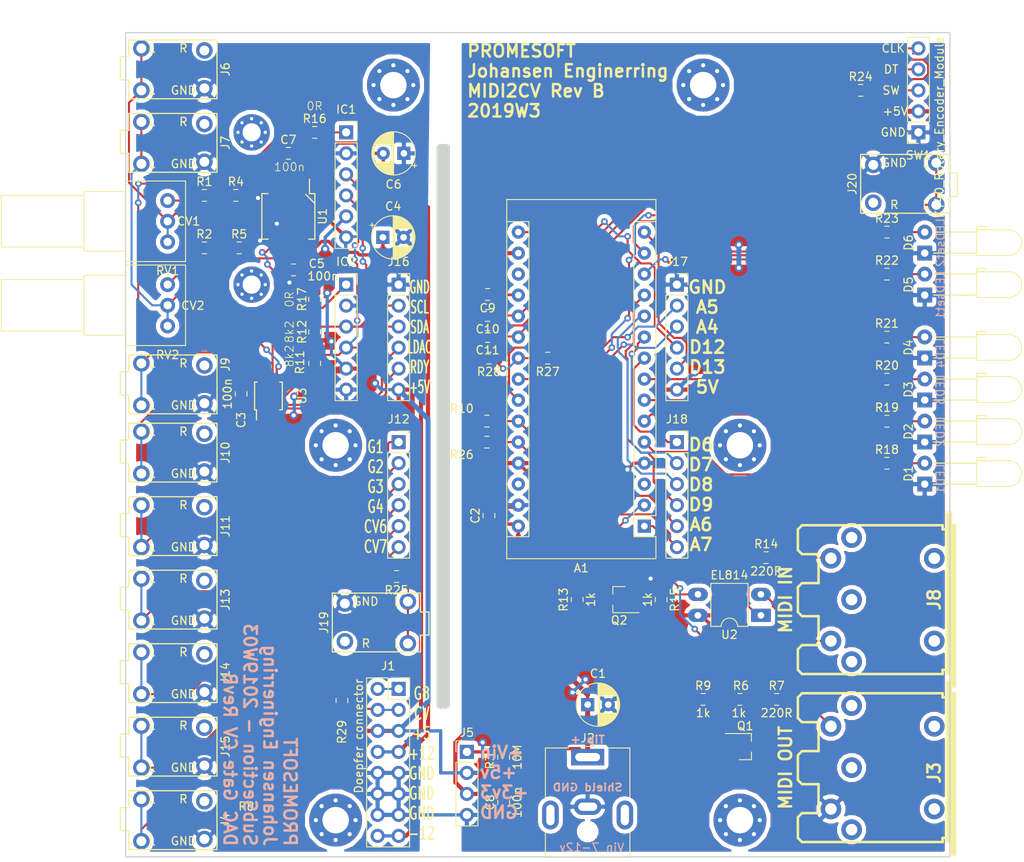
<source format=kicad_pcb>
(kicad_pcb (version 20171130) (host pcbnew "(5.0.0)")
  (layers (0 F.Cu signal) (31 B.Cu signal) (34 B.Paste user) (35 F.Paste user) (36 B.SilkS user) (37 F.SilkS user) (38 B.Mask user) (39 F.Mask user) (44 Edge.Cuts user))
  (net 0 "")
  (net 1 /TX)
  (net 2 "Net-(A1-Pad17)")
  (net 3 /RX)
  (net 4 Btn)
  (net 5 GND)
  (net 6 A1)
  (net 7 LED1)
  (net 8 A2)
  (net 9 LED2)
  (net 10 A3)
  (net 11 LED3)
  (net 12 /SDA)
  (net 13 LED4)
  (net 14 /SCL)
  (net 15 Gate1)
  (net 16 Gate2)
  (net 17 Gate3)
  (net 18 +5V)
  (net 19 Gate4)
  (net 20 LED-sel)
  (net 21 LED-sel2)
  (net 22 VCC)
  (net 23 /RDY-BSY)
  (net 24 /LDAC)
  (net 25 "Net-(D1-Pad2)")
  (net 26 "Net-(D2-Pad2)")
  (net 27 "Net-(D3-Pad2)")
  (net 28 "Net-(D4-Pad2)")
  (net 29 "Net-(D5-Pad2)")
  (net 30 "Net-(D6-Pad2)")
  (net 31 CV1Gain)
  (net 32 CV2Gain)
  (net 33 CV3)
  (net 34 CV4)
  (net 35 /MIDI-OUT)
  (net 36 /MIDI-IN)
  (net 37 "Net-(R1-Pad1)")
  (net 38 "Net-(R1-Pad2)")
  (net 39 "Net-(R2-Pad2)")
  (net 40 "Net-(R2-Pad1)")
  (net 41 CV1)
  (net 42 CV2)
  (net 43 "Net-(R14-Pad1)")
  (net 44 "Net-(R24-Pad2)")
  (net 45 "Net-(J3-Pad4)")
  (net 46 "Net-(J4-PadT)")
  (net 47 "Net-(J8-Pad4)")
  (net 48 "Net-(J8-Pad5)")
  (net 49 A6)
  (net 50 A7)
  (net 51 /12v)
  (net 52 /-12v)
  (net 53 /Vout1)
  (net 54 /Vout2)
  (net 55 "Net-(J19-PadT)")
  (net 56 "Net-(J20-PadT)")
  (net 57 /Gate)
  (net 58 /CV)
  (module Connector_Audio:AudioJack3StereoNarrow-PJ-321 (layer F.Cu) (at 119.634 43.688 180)
    (fp_text reference J20 (at 6.35 0 270) (layer F.SilkS))
    (fp_text value "CV3 in")
    (fp_text user GND (at 1.27 2.54 180) (layer F.SilkS))
    (fp_text user L (at -2.54 2.54 180) (layer F.SilkS))
    (fp_text user L (at -2.54 -2.54 180) (layer F.SilkS))
    (fp_text user R (at 1.27 -2.54 180) (layer F.SilkS))
    (pad S thru_hole circle (at 3.81 2.286 180) (size 2 2) (drill 1.2) (layers *.Cu *.Mask) (net 5 GND))
    (pad R thru_hole circle (at 3.81 -2.286 180) (size 2 2) (drill 1.2) (layers *.Cu *.Mask))
    (pad T thru_hole circle (at -3.81 2.54 180) (size 2 2) (drill 1.2) (layers *.Cu *.Mask) (net 56 "Net-(J20-PadT)"))
    (pad T thru_hole circle (at -3.81 -2.54 180) (size 2 2) (drill 1.2) (layers *.Cu *.Mask) (net 56 "Net-(J20-PadT)"))
  )
  (module Connector_Audio:AudioJack3StereoNarrow-PJ-321 (layer F.Cu) (at 31.115 38.735)
    (fp_text reference J7 (at 6.35 0 90) (layer F.SilkS))
    (fp_text value CV2)
    (fp_text user GND (at 1.27 2.54) (layer F.SilkS))
    (fp_text user L (at -2.54 2.54) (layer F.SilkS))
    (fp_text user L (at -2.54 -2.54) (layer F.SilkS))
    (fp_text user R (at 1.27 -2.54) (layer F.SilkS))
    (pad S thru_hole circle (at 3.81 2.286) (size 2 2) (drill 1.2) (layers *.Cu *.Mask) (net 5 GND))
    (pad R thru_hole circle (at 3.81 -2.286) (size 2 2) (drill 1.2) (layers *.Cu *.Mask))
    (pad T thru_hole circle (at -3.81 2.54) (size 2 2) (drill 1.2) (layers *.Cu *.Mask) (net 32 CV2Gain))
    (pad T thru_hole circle (at -3.81 -2.54) (size 2 2) (drill 1.2) (layers *.Cu *.Mask) (net 32 CV2Gain))
  )
  (module Connector_Audio:AudioJack3StereoNarrow-PJ-321 (layer F.Cu) (at 31.115 29.845)
    (fp_text reference J6 (at 6.35 0 90) (layer F.SilkS))
    (fp_text value CV1)
    (fp_text user GND (at 1.27 2.54) (layer F.SilkS))
    (fp_text user L (at -2.54 2.54) (layer F.SilkS))
    (fp_text user L (at -2.54 -2.54) (layer F.SilkS))
    (fp_text user R (at 1.27 -2.54) (layer F.SilkS))
    (pad S thru_hole circle (at 3.81 2.286) (size 2 2) (drill 1.2) (layers *.Cu *.Mask) (net 5 GND))
    (pad R thru_hole circle (at 3.81 -2.286) (size 2 2) (drill 1.2) (layers *.Cu *.Mask))
    (pad T thru_hole circle (at -3.81 2.54) (size 2 2) (drill 1.2) (layers *.Cu *.Mask) (net 31 CV1Gain))
    (pad T thru_hole circle (at -3.81 -2.54) (size 2 2) (drill 1.2) (layers *.Cu *.Mask) (net 31 CV1Gain))
  )
  (module Connector_Audio:AudioJack3StereoNarrow-PJ-321 (layer F.Cu) (at 31.115 67.945)
    (fp_text reference J9 (at 6.35 -2.413 90) (layer F.SilkS))
    (fp_text value CV3)
    (fp_text user GND (at 1.27 2.54) (layer F.SilkS))
    (fp_text user L (at -2.54 2.54) (layer F.SilkS))
    (fp_text user L (at -2.54 -2.54) (layer F.SilkS))
    (fp_text user R (at 1.27 -2.54) (layer F.SilkS))
    (pad S thru_hole circle (at 3.81 2.286) (size 2 2) (drill 1.2) (layers *.Cu *.Mask) (net 5 GND))
    (pad R thru_hole circle (at 3.81 -2.286) (size 2 2) (drill 1.2) (layers *.Cu *.Mask))
    (pad T thru_hole circle (at -3.81 2.54) (size 2 2) (drill 1.2) (layers *.Cu *.Mask) (net 33 CV3))
    (pad T thru_hole circle (at -3.81 -2.54) (size 2 2) (drill 1.2) (layers *.Cu *.Mask) (net 33 CV3))
  )
  (module Connector_Audio:AudioJack3StereoNarrow-PJ-321 (layer F.Cu) (at 31.115 76.2)
    (fp_text reference J10 (at 6.35 0 90) (layer F.SilkS))
    (fp_text value CV4)
    (fp_text user GND (at 1.27 2.54) (layer F.SilkS))
    (fp_text user L (at -2.54 2.54) (layer F.SilkS))
    (fp_text user L (at -2.54 -2.54) (layer F.SilkS))
    (fp_text user R (at 1.27 -2.54) (layer F.SilkS))
    (pad S thru_hole circle (at 3.81 2.286) (size 2 2) (drill 1.2) (layers *.Cu *.Mask) (net 5 GND))
    (pad R thru_hole circle (at 3.81 -2.286) (size 2 2) (drill 1.2) (layers *.Cu *.Mask))
    (pad T thru_hole circle (at -3.81 2.54) (size 2 2) (drill 1.2) (layers *.Cu *.Mask) (net 34 CV4))
    (pad T thru_hole circle (at -3.81 -2.54) (size 2 2) (drill 1.2) (layers *.Cu *.Mask) (net 34 CV4))
  )
  (module Connector_Audio:AudioJack3StereoNarrow-PJ-321 (layer F.Cu) (at 31.115 85.09)
    (fp_text reference J11 (at 6.35 0 90) (layer F.SilkS))
    (fp_text value Gate1)
    (fp_text user GND (at 1.27 2.54) (layer F.SilkS))
    (fp_text user L (at -2.54 2.54) (layer F.SilkS))
    (fp_text user L (at -2.54 -2.54) (layer F.SilkS))
    (fp_text user R (at 1.27 -2.54) (layer F.SilkS))
    (pad S thru_hole circle (at 3.81 2.286) (size 2 2) (drill 1.2) (layers *.Cu *.Mask) (net 5 GND))
    (pad R thru_hole circle (at 3.81 -2.286) (size 2 2) (drill 1.2) (layers *.Cu *.Mask))
    (pad T thru_hole circle (at -3.81 2.54) (size 2 2) (drill 1.2) (layers *.Cu *.Mask) (net 15 Gate1))
    (pad T thru_hole circle (at -3.81 -2.54) (size 2 2) (drill 1.2) (layers *.Cu *.Mask) (net 15 Gate1))
  )
  (module Connector_Audio:AudioJack3StereoNarrow-PJ-321 (layer F.Cu) (at 31.115 93.98)
    (fp_text reference J13 (at 6.35 0 90) (layer F.SilkS))
    (fp_text value Gate2)
    (fp_text user GND (at 1.27 2.54) (layer F.SilkS))
    (fp_text user L (at -2.54 2.54) (layer F.SilkS))
    (fp_text user L (at -2.54 -2.54) (layer F.SilkS))
    (fp_text user R (at 1.27 -2.54) (layer F.SilkS))
    (pad S thru_hole circle (at 3.81 2.286) (size 2 2) (drill 1.2) (layers *.Cu *.Mask) (net 5 GND))
    (pad R thru_hole circle (at 3.81 -2.286) (size 2 2) (drill 1.2) (layers *.Cu *.Mask))
    (pad T thru_hole circle (at -3.81 2.54) (size 2 2) (drill 1.2) (layers *.Cu *.Mask) (net 16 Gate2))
    (pad T thru_hole circle (at -3.81 -2.54) (size 2 2) (drill 1.2) (layers *.Cu *.Mask) (net 16 Gate2))
  )
  (module Connector_Audio:AudioJack3StereoNarrow-PJ-321 (layer F.Cu) (at 31.115 102.87)
    (fp_text reference J14 (at 6.35 0 90) (layer F.SilkS))
    (fp_text value Gate3)
    (fp_text user GND (at 1.27 2.54) (layer F.SilkS))
    (fp_text user L (at -2.54 2.54) (layer F.SilkS))
    (fp_text user L (at -2.54 -2.54) (layer F.SilkS))
    (fp_text user R (at 1.27 -2.54) (layer F.SilkS))
    (pad S thru_hole circle (at 3.81 2.286) (size 2 2) (drill 1.2) (layers *.Cu *.Mask) (net 5 GND))
    (pad R thru_hole circle (at 3.81 -2.286) (size 2 2) (drill 1.2) (layers *.Cu *.Mask))
    (pad T thru_hole circle (at -3.81 2.54) (size 2 2) (drill 1.2) (layers *.Cu *.Mask) (net 17 Gate3))
    (pad T thru_hole circle (at -3.81 -2.54) (size 2 2) (drill 1.2) (layers *.Cu *.Mask) (net 17 Gate3))
  )
  (module Connector_Audio:AudioJack3StereoNarrow-PJ-321 (layer F.Cu) (at 31.115 111.76)
    (fp_text reference J15 (at 6.35 0 90) (layer F.SilkS))
    (fp_text value Gate4)
    (fp_text user GND (at 1.27 2.54) (layer F.SilkS))
    (fp_text user L (at -2.54 2.54) (layer F.SilkS))
    (fp_text user L (at -2.54 -2.54) (layer F.SilkS))
    (fp_text user R (at 1.27 -2.54) (layer F.SilkS))
    (pad S thru_hole circle (at 3.81 2.286) (size 2 2) (drill 1.2) (layers *.Cu *.Mask) (net 5 GND))
    (pad R thru_hole circle (at 3.81 -2.286) (size 2 2) (drill 1.2) (layers *.Cu *.Mask))
    (pad T thru_hole circle (at -3.81 2.54) (size 2 2) (drill 1.2) (layers *.Cu *.Mask) (net 19 Gate4))
    (pad T thru_hole circle (at -3.81 -2.54) (size 2 2) (drill 1.2) (layers *.Cu *.Mask) (net 19 Gate4))
  )
  (module Connector_Audio:AudioJack3StereoNarrow-PJ-321 (layer F.Cu) (at 31.115 120.65)
    (fp_text reference J4 (at 6.35 0 90) (layer F.SilkS))
    (fp_text value "CV6 in")
    (fp_text user GND (at 1.27 2.54) (layer F.SilkS))
    (fp_text user L (at -2.54 2.54) (layer F.SilkS))
    (fp_text user L (at -2.54 -2.54) (layer F.SilkS))
    (fp_text user R (at 1.27 -2.54) (layer F.SilkS))
    (pad S thru_hole circle (at 3.81 2.286) (size 2 2) (drill 1.2) (layers *.Cu *.Mask) (net 5 GND))
    (pad R thru_hole circle (at 3.81 -2.286) (size 2 2) (drill 1.2) (layers *.Cu *.Mask))
    (pad T thru_hole circle (at -3.81 2.54) (size 2 2) (drill 1.2) (layers *.Cu *.Mask) (net 46 "Net-(J4-PadT)"))
    (pad T thru_hole circle (at -3.81 -2.54) (size 2 2) (drill 1.2) (layers *.Cu *.Mask) (net 46 "Net-(J4-PadT)"))
  )
  (module Connector_Audio:AudioJack3StereoNarrow-PJ-321 (layer F.Cu) (at 55.728708 96.742424 180)
    (fp_text reference J19 (at 6.35 0 270) (layer F.SilkS))
    (fp_text value "CV7 in")
    (fp_text user GND (at 1.27 2.54 180) (layer F.SilkS))
    (fp_text user L (at -2.54 2.54 180) (layer F.SilkS))
    (fp_text user L (at -2.54 -2.54 180) (layer F.SilkS))
    (fp_text user R (at 1.27 -2.54 180) (layer F.SilkS))
    (pad S thru_hole circle (at 3.81 2.286 180) (size 2 2) (drill 1.2) (layers *.Cu *.Mask) (net 5 GND))
    (pad R thru_hole circle (at 3.81 -2.286 180) (size 2 2) (drill 1.2) (layers *.Cu *.Mask))
    (pad T thru_hole circle (at -3.81 2.54 180) (size 2 2) (drill 1.2) (layers *.Cu *.Mask) (net 55 "Net-(J19-PadT)"))
    (pad T thru_hole circle (at -3.81 -2.54 180) (size 2 2) (drill 1.2) (layers *.Cu *.Mask) (net 55 "Net-(J19-PadT)"))
  )
  (module Module:Arduino_Nano (layer F.Cu) (at 88.138 85.09 180)
    (fp_text reference A1 (at 7.62 -5.08 180) (layer F.SilkS))
    (fp_text value Arduino_Nano_v3.x)
    (pad 1 thru_hole rect (at 0 0 180) (size 1.6 1.6) (drill 0.8) (layers *.Cu *.Mask) (net 1 /TX))
    (pad 17 thru_hole oval (at 15.24 33.02 180) (size 1.6 1.6) (drill 0.8) (layers *.Cu *.Mask) (net 2 "Net-(A1-Pad17)"))
    (pad 2 thru_hole oval (at 0 2.54 180) (size 1.6 1.6) (drill 0.8) (layers *.Cu *.Mask) (net 3 /RX))
    (pad 18 thru_hole oval (at 15.24 30.48 180) (size 1.6 1.6) (drill 0.8) (layers *.Cu *.Mask))
    (pad 3 thru_hole oval (at 0 5.08 180) (size 1.6 1.6) (drill 0.8) (layers *.Cu *.Mask))
    (pad 19 thru_hole oval (at 15.24 27.94 180) (size 1.6 1.6) (drill 0.8) (layers *.Cu *.Mask) (net 4 Btn))
    (pad 4 thru_hole oval (at 0 7.62 180) (size 1.6 1.6) (drill 0.8) (layers *.Cu *.Mask) (net 5 GND))
    (pad 20 thru_hole oval (at 15.24 25.4 180) (size 1.6 1.6) (drill 0.8) (layers *.Cu *.Mask) (net 6 A1))
    (pad 5 thru_hole oval (at 0 10.16 180) (size 1.6 1.6) (drill 0.8) (layers *.Cu *.Mask) (net 7 LED1))
    (pad 21 thru_hole oval (at 15.24 22.86 180) (size 1.6 1.6) (drill 0.8) (layers *.Cu *.Mask) (net 8 A2))
    (pad 6 thru_hole oval (at 0 12.7 180) (size 1.6 1.6) (drill 0.8) (layers *.Cu *.Mask) (net 9 LED2))
    (pad 22 thru_hole oval (at 15.24 20.32 180) (size 1.6 1.6) (drill 0.8) (layers *.Cu *.Mask) (net 10 A3))
    (pad 7 thru_hole oval (at 0 15.24 180) (size 1.6 1.6) (drill 0.8) (layers *.Cu *.Mask) (net 11 LED3))
    (pad 23 thru_hole oval (at 15.24 17.78 180) (size 1.6 1.6) (drill 0.8) (layers *.Cu *.Mask) (net 12 /SDA))
    (pad 8 thru_hole oval (at 0 17.78 180) (size 1.6 1.6) (drill 0.8) (layers *.Cu *.Mask) (net 13 LED4))
    (pad 24 thru_hole oval (at 15.24 15.24 180) (size 1.6 1.6) (drill 0.8) (layers *.Cu *.Mask) (net 14 /SCL))
    (pad 9 thru_hole oval (at 0 20.32 180) (size 1.6 1.6) (drill 0.8) (layers *.Cu *.Mask) (net 15 Gate1))
    (pad 25 thru_hole oval (at 15.24 12.7 180) (size 1.6 1.6) (drill 0.8) (layers *.Cu *.Mask) (net 49 A6))
    (pad 10 thru_hole oval (at 0 22.86 180) (size 1.6 1.6) (drill 0.8) (layers *.Cu *.Mask) (net 16 Gate2))
    (pad 26 thru_hole oval (at 15.24 10.16 180) (size 1.6 1.6) (drill 0.8) (layers *.Cu *.Mask) (net 50 A7))
    (pad 11 thru_hole oval (at 0 25.4 180) (size 1.6 1.6) (drill 0.8) (layers *.Cu *.Mask) (net 17 Gate3))
    (pad 27 thru_hole oval (at 15.24 7.62 180) (size 1.6 1.6) (drill 0.8) (layers *.Cu *.Mask) (net 18 +5V))
    (pad 12 thru_hole oval (at 0 27.94 180) (size 1.6 1.6) (drill 0.8) (layers *.Cu *.Mask) (net 19 Gate4))
    (pad 28 thru_hole oval (at 15.24 5.08 180) (size 1.6 1.6) (drill 0.8) (layers *.Cu *.Mask))
    (pad 13 thru_hole oval (at 0 30.48 180) (size 1.6 1.6) (drill 0.8) (layers *.Cu *.Mask) (net 20 LED-sel))
    (pad 29 thru_hole oval (at 15.24 2.54 180) (size 1.6 1.6) (drill 0.8) (layers *.Cu *.Mask) (net 5 GND))
    (pad 14 thru_hole oval (at 0 33.02 180) (size 1.6 1.6) (drill 0.8) (layers *.Cu *.Mask) (net 21 LED-sel2))
    (pad 30 thru_hole oval (at 15.24 0 180) (size 1.6 1.6) (drill 0.8) (layers *.Cu *.Mask) (net 22 VCC))
    (pad 15 thru_hole oval (at 0 35.56 180) (size 1.6 1.6) (drill 0.8) (layers *.Cu *.Mask) (net 23 /RDY-BSY))
    (pad 16 thru_hole oval (at 15.24 35.56 180) (size 1.6 1.6) (drill 0.8) (layers *.Cu *.Mask) (net 24 /LDAC))
  )
  (module AJ-Dropbox-Kicad:AJ_SO-8_5.3x6.2mm_P1.27mm (layer F.Cu) (at 45.085 47.625 270)
    (fp_text reference U1 (at 0 -4.13 270) (layer F.SilkS))
    (fp_text value TL072)
    (pad 8 smd rect (at 3.5 -1.905 270) (size 2 0.55) (layers F.Cu F.Paste F.Mask) (net 51 /12v))
    (pad 7 smd rect (at 3.5 -0.635 270) (size 2 0.55) (layers F.Cu F.Paste F.Mask) (net 32 CV2Gain))
    (pad 6 smd rect (at 3.5 0.635 270) (size 2 0.55) (layers F.Cu F.Paste F.Mask) (net 39 "Net-(R2-Pad2)"))
    (pad 5 smd rect (at 3.5 1.905 270) (size 2 0.55) (layers F.Cu F.Paste F.Mask) (net 42 CV2))
    (pad 4 smd rect (at -3.5 1.905 270) (size 2 0.55) (layers F.Cu F.Paste F.Mask) (net 52 /-12v))
    (pad 3 smd rect (at -3.5 0.635 270) (size 2 0.55) (layers F.Cu F.Paste F.Mask) (net 41 CV1))
    (pad 2 smd rect (at -3.5 -0.635 270) (size 2 0.55) (layers F.Cu F.Paste F.Mask) (net 38 "Net-(R1-Pad2)"))
    (pad 1 smd rect (at -3.5 -1.905 270) (size 2 0.55) (layers F.Cu F.Paste F.Mask) (net 31 CV1Gain))
  )
  (module MountingHole:MountingHole_2.2mm_M2_Pad_Via (layer F.Cu) (at 40.64 37.465)
    (fp_text reference REF** hide)
    (fp_text value M2_MCP4725)
    (pad 1 thru_hole circle (at 0 0) (size 4.4 4.4) (drill 2.2) (layers *.Cu *.Mask))
    (pad 1 thru_hole circle (at 1.65 0) (size 0.7 0.7) (drill 0.4) (layers *.Cu *.Mask))
    (pad 1 thru_hole circle (at 1.166726 1.166726) (size 0.7 0.7) (drill 0.4) (layers *.Cu *.Mask))
    (pad 1 thru_hole circle (at 0 1.65) (size 0.7 0.7) (drill 0.4) (layers *.Cu *.Mask))
    (pad 1 thru_hole circle (at -1.166726 1.166726) (size 0.7 0.7) (drill 0.4) (layers *.Cu *.Mask))
    (pad 1 thru_hole circle (at -1.65 0) (size 0.7 0.7) (drill 0.4) (layers *.Cu *.Mask))
    (pad 1 thru_hole circle (at -1.166726 -1.166726) (size 0.7 0.7) (drill 0.4) (layers *.Cu *.Mask))
    (pad 1 thru_hole circle (at 0 -1.65) (size 0.7 0.7) (drill 0.4) (layers *.Cu *.Mask))
    (pad 1 thru_hole circle (at 1.166726 -1.166726) (size 0.7 0.7) (drill 0.4) (layers *.Cu *.Mask))
  )
  (module MountingHole:MountingHole_3.2mm_M3_Pad_Via (layer F.Cu) (at 99.695 120.65)
    (fp_text reference REF** hide)
    (fp_text value Mounting_3.2mm)
    (pad 1 thru_hole circle (at 0 0) (size 6.4 6.4) (drill 3.2) (layers *.Cu *.Mask))
    (pad 1 thru_hole circle (at 2.4 0) (size 0.8 0.8) (drill 0.5) (layers *.Cu *.Mask))
    (pad 1 thru_hole circle (at 1.697056 1.697056) (size 0.8 0.8) (drill 0.5) (layers *.Cu *.Mask))
    (pad 1 thru_hole circle (at 0 2.4) (size 0.8 0.8) (drill 0.5) (layers *.Cu *.Mask))
    (pad 1 thru_hole circle (at -1.697056 1.697056) (size 0.8 0.8) (drill 0.5) (layers *.Cu *.Mask))
    (pad 1 thru_hole circle (at -2.4 0) (size 0.8 0.8) (drill 0.5) (layers *.Cu *.Mask))
    (pad 1 thru_hole circle (at -1.697056 -1.697056) (size 0.8 0.8) (drill 0.5) (layers *.Cu *.Mask))
    (pad 1 thru_hole circle (at 0 -2.4) (size 0.8 0.8) (drill 0.5) (layers *.Cu *.Mask))
    (pad 1 thru_hole circle (at 1.697056 -1.697056) (size 0.8 0.8) (drill 0.5) (layers *.Cu *.Mask))
  )
  (module MountingHole:MountingHole_3.2mm_M3_Pad_Via (layer F.Cu) (at 95.25 31.75)
    (fp_text reference REF** hide)
    (fp_text value Mounting_3.2mm)
    (pad 1 thru_hole circle (at 0 0) (size 6.4 6.4) (drill 3.2) (layers *.Cu *.Mask))
    (pad 1 thru_hole circle (at 2.4 0) (size 0.8 0.8) (drill 0.5) (layers *.Cu *.Mask))
    (pad 1 thru_hole circle (at 1.697056 1.697056) (size 0.8 0.8) (drill 0.5) (layers *.Cu *.Mask))
    (pad 1 thru_hole circle (at 0 2.4) (size 0.8 0.8) (drill 0.5) (layers *.Cu *.Mask))
    (pad 1 thru_hole circle (at -1.697056 1.697056) (size 0.8 0.8) (drill 0.5) (layers *.Cu *.Mask))
    (pad 1 thru_hole circle (at -2.4 0) (size 0.8 0.8) (drill 0.5) (layers *.Cu *.Mask))
    (pad 1 thru_hole circle (at -1.697056 -1.697056) (size 0.8 0.8) (drill 0.5) (layers *.Cu *.Mask))
    (pad 1 thru_hole circle (at 0 -2.4) (size 0.8 0.8) (drill 0.5) (layers *.Cu *.Mask))
    (pad 1 thru_hole circle (at 1.697056 -1.697056) (size 0.8 0.8) (drill 0.5) (layers *.Cu *.Mask))
  )
  (module MountingHole:MountingHole_3.2mm_M3_Pad_Via (layer F.Cu) (at 99.695 75.311)
    (fp_text reference REF** hide)
    (fp_text value Mounting_3.2mm)
    (pad 1 thru_hole circle (at 1.697056 -1.697056) (size 0.8 0.8) (drill 0.5) (layers *.Cu *.Mask))
    (pad 1 thru_hole circle (at 0 -2.4) (size 0.8 0.8) (drill 0.5) (layers *.Cu *.Mask))
    (pad 1 thru_hole circle (at -1.697056 -1.697056) (size 0.8 0.8) (drill 0.5) (layers *.Cu *.Mask))
    (pad 1 thru_hole circle (at -2.4 0) (size 0.8 0.8) (drill 0.5) (layers *.Cu *.Mask))
    (pad 1 thru_hole circle (at -1.697056 1.697056) (size 0.8 0.8) (drill 0.5) (layers *.Cu *.Mask))
    (pad 1 thru_hole circle (at 0 2.4) (size 0.8 0.8) (drill 0.5) (layers *.Cu *.Mask))
    (pad 1 thru_hole circle (at 1.697056 1.697056) (size 0.8 0.8) (drill 0.5) (layers *.Cu *.Mask))
    (pad 1 thru_hole circle (at 2.4 0) (size 0.8 0.8) (drill 0.5) (layers *.Cu *.Mask))
    (pad 1 thru_hole circle (at 0 0) (size 6.4 6.4) (drill 3.2) (layers *.Cu *.Mask))
  )
  (module MountingHole:MountingHole_3.2mm_M3_Pad_Via (layer F.Cu) (at 50.8 120.65)
    (fp_text reference REF** hide)
    (fp_text value Mounting_3.2mm)
    (pad 1 thru_hole circle (at 1.697056 -1.697056) (size 0.8 0.8) (drill 0.5) (layers *.Cu *.Mask))
    (pad 1 thru_hole circle (at 0 -2.4) (size 0.8 0.8) (drill 0.5) (layers *.Cu *.Mask))
    (pad 1 thru_hole circle (at -1.697056 -1.697056) (size 0.8 0.8) (drill 0.5) (layers *.Cu *.Mask))
    (pad 1 thru_hole circle (at -2.4 0) (size 0.8 0.8) (drill 0.5) (layers *.Cu *.Mask))
    (pad 1 thru_hole circle (at -1.697056 1.697056) (size 0.8 0.8) (drill 0.5) (layers *.Cu *.Mask))
    (pad 1 thru_hole circle (at 0 2.4) (size 0.8 0.8) (drill 0.5) (layers *.Cu *.Mask))
    (pad 1 thru_hole circle (at 1.697056 1.697056) (size 0.8 0.8) (drill 0.5) (layers *.Cu *.Mask))
    (pad 1 thru_hole circle (at 2.4 0) (size 0.8 0.8) (drill 0.5) (layers *.Cu *.Mask))
    (pad 1 thru_hole circle (at 0 0) (size 6.4 6.4) (drill 3.2) (layers *.Cu *.Mask))
  )
  (module MountingHole:MountingHole_3.2mm_M3_Pad_Via (layer F.Cu) (at 50.8 75.311)
    (fp_text reference REF** hide)
    (fp_text value Mounting_3.2mm)
    (pad 1 thru_hole circle (at 0 0) (size 6.4 6.4) (drill 3.2) (layers *.Cu *.Mask))
    (pad 1 thru_hole circle (at 2.4 0) (size 0.8 0.8) (drill 0.5) (layers *.Cu *.Mask))
    (pad 1 thru_hole circle (at 1.697056 1.697056) (size 0.8 0.8) (drill 0.5) (layers *.Cu *.Mask))
    (pad 1 thru_hole circle (at 0 2.4) (size 0.8 0.8) (drill 0.5) (layers *.Cu *.Mask))
    (pad 1 thru_hole circle (at -1.697056 1.697056) (size 0.8 0.8) (drill 0.5) (layers *.Cu *.Mask))
    (pad 1 thru_hole circle (at -2.4 0) (size 0.8 0.8) (drill 0.5) (layers *.Cu *.Mask))
    (pad 1 thru_hole circle (at -1.697056 -1.697056) (size 0.8 0.8) (drill 0.5) (layers *.Cu *.Mask))
    (pad 1 thru_hole circle (at 0 -2.4) (size 0.8 0.8) (drill 0.5) (layers *.Cu *.Mask))
    (pad 1 thru_hole circle (at 1.697056 -1.697056) (size 0.8 0.8) (drill 0.5) (layers *.Cu *.Mask))
  )
  (module Capacitor_THT:CP_Radial_D5.0mm_P2.50mm (layer F.Cu) (at 81.28 106.68)
    (fp_text reference C1 (at 1.25 -3.75) (layer F.SilkS))
    (fp_text value 100uF)
    (pad 1 thru_hole rect (at 0 0) (size 1.6 1.6) (drill 0.8) (layers *.Cu *.Mask) (net 22 VCC))
    (pad 2 thru_hole circle (at 2.5 0) (size 1.6 1.6) (drill 0.8) (layers *.Cu *.Mask) (net 5 GND))
  )
  (module Capacitor_SMD:C_0805_2012Metric_Pad1.15x1.40mm_HandSolder (layer F.Cu) (at 69.342 83.82 90)
    (fp_text reference C2 (at 0 -1.65 90) (layer F.SilkS))
    (fp_text value 100n)
    (pad 2 smd roundrect (at 1.025 0 90) (size 1.15 1.4) (layers F.Cu F.Paste F.Mask) (roundrect_rratio 0.217391) (net 5 GND))
    (pad 1 smd roundrect (at -1.025 0 90) (size 1.15 1.4) (layers F.Cu F.Paste F.Mask) (roundrect_rratio 0.217391) (net 22 VCC))
  )
  (module Capacitor_SMD:C_0805_2012Metric_Pad1.15x1.40mm_HandSolder (layer F.Cu) (at 39.37 69.088 270)
    (fp_text reference C3 (at 3.175 0 270) (layer F.SilkS))
    (fp_text value 100n (at 0 1.65 270) (layer F.SilkS))
    (pad 1 smd roundrect (at -1.025 0 270) (size 1.15 1.4) (layers F.Cu F.Paste F.Mask) (roundrect_rratio 0.217391) (net 5 GND))
    (pad 2 smd roundrect (at 1.025 0 270) (size 1.15 1.4) (layers F.Cu F.Paste F.Mask) (roundrect_rratio 0.217391) (net 18 +5V))
  )
  (module Capacitor_SMD:C_0805_2012Metric_Pad1.15x1.40mm_HandSolder (layer F.Cu) (at 45.72 54.102)
    (fp_text reference C5 (at 2.794 -0.762) (layer F.SilkS))
    (fp_text value 100n (at 3.556 0.762) (layer F.SilkS))
    (pad 2 smd roundrect (at 1.025 0) (size 1.15 1.4) (layers F.Cu F.Paste F.Mask) (roundrect_rratio 0.217391) (net 51 /12v))
    (pad 1 smd roundrect (at -1.025 0) (size 1.15 1.4) (layers F.Cu F.Paste F.Mask) (roundrect_rratio 0.217391) (net 5 GND))
  )
  (module Capacitor_SMD:C_0805_2012Metric_Pad1.15x1.40mm_HandSolder (layer F.Cu) (at 45.085 40.005)
    (fp_text reference C7 (at 0 -1.65) (layer F.SilkS))
    (fp_text value 100n (at 0.127 1.65) (layer F.SilkS) (effects (font (thickness 0.1))))
    (pad 2 smd roundrect (at 1.025 0) (size 1.15 1.4) (layers F.Cu F.Paste F.Mask) (roundrect_rratio 0.217391) (net 5 GND))
    (pad 1 smd roundrect (at -1.025 0) (size 1.15 1.4) (layers F.Cu F.Paste F.Mask) (roundrect_rratio 0.217391) (net 52 /-12v))
  )
  (module LED_THT:LED_D3.0mm_Horizontal_O6.35mm_Z6.0mm (layer F.Cu) (at 122.047 80.009999 90)
    (fp_text reference D1 (at 1.27 -1.96 90) (layer F.SilkS))
    (fp_text value LED1 (at 0.634999 1.905 90) (layer B.SilkS) (effects (justify mirror)))
    (pad 1 thru_hole rect (at 0 0 90) (size 1.8 1.8) (drill 0.9) (layers *.Cu *.Mask) (net 5 GND))
    (pad 2 thru_hole circle (at 2.54 0 90) (size 1.8 1.8) (drill 0.9) (layers *.Cu *.Mask) (net 25 "Net-(D1-Pad2)"))
  )
  (module LED_THT:LED_D3.0mm_Horizontal_O6.35mm_Z6.0mm (layer F.Cu) (at 122.047 74.924285 90)
    (fp_text reference D2 (at 1.27 -1.96 90) (layer F.SilkS))
    (fp_text value LED2 (at 1.27 1.905 90) (layer B.SilkS) (effects (justify mirror)))
    (pad 2 thru_hole circle (at 2.54 0 90) (size 1.8 1.8) (drill 0.9) (layers *.Cu *.Mask) (net 26 "Net-(D2-Pad2)"))
    (pad 1 thru_hole rect (at 0 0 90) (size 1.8 1.8) (drill 0.9) (layers *.Cu *.Mask) (net 5 GND))
  )
  (module LED_THT:LED_D3.0mm_Horizontal_O6.35mm_Z6.0mm (layer F.Cu) (at 122.047 69.838571 90)
    (fp_text reference D3 (at 1.27 -1.96 90) (layer F.SilkS))
    (fp_text value LED3 (at 1.258571 1.905 90) (layer B.SilkS) (effects (justify mirror)))
    (pad 1 thru_hole rect (at 0 0 90) (size 1.8 1.8) (drill 0.9) (layers *.Cu *.Mask) (net 5 GND))
    (pad 2 thru_hole circle (at 2.54 0 90) (size 1.8 1.8) (drill 0.9) (layers *.Cu *.Mask) (net 27 "Net-(D3-Pad2)"))
  )
  (module LED_THT:LED_D3.0mm_Horizontal_O6.35mm_Z6.0mm (layer F.Cu) (at 122.047 64.752857 90)
    (fp_text reference D4 (at 1.27 -1.96 90) (layer F.SilkS))
    (fp_text value LED4 (at 0.617857 1.905 90) (layer B.SilkS) (effects (justify mirror)))
    (pad 2 thru_hole circle (at 2.54 0 90) (size 1.8 1.8) (drill 0.9) (layers *.Cu *.Mask) (net 28 "Net-(D4-Pad2)"))
    (pad 1 thru_hole rect (at 0 0 90) (size 1.8 1.8) (drill 0.9) (layers *.Cu *.Mask) (net 5 GND))
  )
  (module LED_THT:LED_D3.0mm_Horizontal_O6.35mm_Z6.0mm (layer F.Cu) (at 122.047 57.15 90)
    (fp_text reference D5 (at 1.27 -1.96 90) (layer F.SilkS))
    (fp_text value LEDset1 (at 0 1.905 90) (layer B.SilkS) (effects (justify mirror)))
    (pad 1 thru_hole rect (at 0 0 90) (size 1.8 1.8) (drill 0.9) (layers *.Cu *.Mask) (net 5 GND))
    (pad 2 thru_hole circle (at 2.54 0 90) (size 1.8 1.8) (drill 0.9) (layers *.Cu *.Mask) (net 29 "Net-(D5-Pad2)"))
  )
  (module LED_THT:LED_D3.0mm_Horizontal_O6.35mm_Z6.0mm (layer F.Cu) (at 122.047 52.07 90)
    (fp_text reference D6 (at 1.27 -1.96 90) (layer F.SilkS))
    (fp_text value LEDset2 (at 1.27 1.905 90) (layer B.SilkS) (effects (justify mirror)))
    (pad 2 thru_hole circle (at 2.54 0 90) (size 1.8 1.8) (drill 0.9) (layers *.Cu *.Mask) (net 30 "Net-(D6-Pad2)"))
    (pad 1 thru_hole rect (at 0 0 90) (size 1.8 1.8) (drill 0.9) (layers *.Cu *.Mask) (net 5 GND))
  )
  (module Connector_PinSocket_2.54mm:PinSocket_1x06_P2.54mm_Vertical (layer F.Cu) (at 52.07 37.465)
    (fp_text reference IC1 (at 0 -2.77) (layer F.SilkS))
    (fp_text value MCP4725module)
    (pad 6 thru_hole oval (at 0 12.7) (size 1.7 1.7) (drill 1) (layers *.Cu *.Mask) (net 5 GND))
    (pad 5 thru_hole oval (at 0 10.16) (size 1.7 1.7) (drill 1) (layers *.Cu *.Mask) (net 18 +5V))
    (pad 4 thru_hole oval (at 0 7.62) (size 1.7 1.7) (drill 1) (layers *.Cu *.Mask) (net 12 /SDA))
    (pad 3 thru_hole oval (at 0 5.08) (size 1.7 1.7) (drill 1) (layers *.Cu *.Mask) (net 14 /SCL))
    (pad 2 thru_hole oval (at 0 2.54) (size 1.7 1.7) (drill 1) (layers *.Cu *.Mask) (net 5 GND))
    (pad 1 thru_hole rect (at 0 0) (size 1.7 1.7) (drill 1) (layers *.Cu *.Mask) (net 53 /Vout1))
  )
  (module Connector_PinSocket_2.54mm:PinSocket_1x06_P2.54mm_Vertical (layer F.Cu) (at 52.07 55.88)
    (fp_text reference IC2 (at 0 -2.77) (layer F.SilkS))
    (fp_text value MCP4725module)
    (pad 1 thru_hole rect (at 0 0) (size 1.7 1.7) (drill 1) (layers *.Cu *.Mask) (net 54 /Vout2))
    (pad 2 thru_hole oval (at 0 2.54) (size 1.7 1.7) (drill 1) (layers *.Cu *.Mask) (net 5 GND))
    (pad 3 thru_hole oval (at 0 5.08) (size 1.7 1.7) (drill 1) (layers *.Cu *.Mask) (net 14 /SCL))
    (pad 4 thru_hole oval (at 0 7.62) (size 1.7 1.7) (drill 1) (layers *.Cu *.Mask) (net 12 /SDA))
    (pad 5 thru_hole oval (at 0 10.16) (size 1.7 1.7) (drill 1) (layers *.Cu *.Mask) (net 18 +5V))
    (pad 6 thru_hole oval (at 0 12.7) (size 1.7 1.7) (drill 1) (layers *.Cu *.Mask) (net 5 GND))
  )
  (module Package_TO_SOT_SMD:SOT-23_Handsoldering (layer F.Cu) (at 100.33 111.76)
    (fp_text reference Q1 (at 0 -2.5) (layer F.SilkS))
    (fp_text value MMBT2222A)
    (pad 1 smd rect (at -1.5 -0.95) (size 1.9 0.8) (layers F.Cu F.Paste F.Mask) (net 1 /TX))
    (pad 2 smd rect (at -1.5 0.95) (size 1.9 0.8) (layers F.Cu F.Paste F.Mask) (net 5 GND))
    (pad 3 smd rect (at 1.5 0) (size 1.9 0.8) (layers F.Cu F.Paste F.Mask) (net 35 /MIDI-OUT))
  )
  (module Package_TO_SOT_SMD:SOT-23_Handsoldering (layer F.Cu) (at 85.09 93.98 180)
    (fp_text reference Q2 (at 0 -2.5 180) (layer F.SilkS))
    (fp_text value MMBT2222A)
    (pad 3 smd rect (at 1.5 0 180) (size 1.9 0.8) (layers F.Cu F.Paste F.Mask) (net 3 /RX))
    (pad 2 smd rect (at -1.5 0.95 180) (size 1.9 0.8) (layers F.Cu F.Paste F.Mask) (net 5 GND))
    (pad 1 smd rect (at -1.5 -0.95 180) (size 1.9 0.8) (layers F.Cu F.Paste F.Mask) (net 36 /MIDI-IN))
  )
  (module Resistor_SMD:R_0805_2012Metric_Pad1.15x1.40mm_HandSolder (layer F.Cu) (at 34.925 45.085)
    (fp_text reference R1 (at 0 -1.65) (layer F.SilkS))
    (fp_text value 10k)
    (pad 1 smd roundrect (at -1.025 0) (size 1.15 1.4) (layers F.Cu F.Paste F.Mask) (roundrect_rratio 0.217391) (net 37 "Net-(R1-Pad1)"))
    (pad 2 smd roundrect (at 1.025 0) (size 1.15 1.4) (layers F.Cu F.Paste F.Mask) (roundrect_rratio 0.217391) (net 38 "Net-(R1-Pad2)"))
  )
  (module Resistor_SMD:R_0805_2012Metric_Pad1.15x1.40mm_HandSolder (layer F.Cu) (at 34.925 51.435)
    (fp_text reference R2 (at 0 -1.65) (layer F.SilkS))
    (fp_text value 10k)
    (pad 2 smd roundrect (at 1.025 0) (size 1.15 1.4) (layers F.Cu F.Paste F.Mask) (roundrect_rratio 0.217391) (net 39 "Net-(R2-Pad2)"))
    (pad 1 smd roundrect (at -1.025 0) (size 1.15 1.4) (layers F.Cu F.Paste F.Mask) (roundrect_rratio 0.217391) (net 40 "Net-(R2-Pad1)"))
  )
  (module Resistor_SMD:R_0805_2012Metric_Pad1.15x1.40mm_HandSolder (layer F.Cu) (at 71.12 113.03 90)
    (fp_text reference R3 (at -0.508 -1.65 90) (layer F.SilkS))
    (fp_text value 10M (at 0 1.65 90) (layer F.SilkS))
    (pad 2 smd roundrect (at 1.025 0 90) (size 1.15 1.4) (layers F.Cu F.Paste F.Mask) (roundrect_rratio 0.217391) (net 22 VCC))
    (pad 1 smd roundrect (at -1.025 0 90) (size 1.15 1.4) (layers F.Cu F.Paste F.Mask) (roundrect_rratio 0.217391) (net 18 +5V))
  )
  (module Resistor_SMD:R_0805_2012Metric_Pad1.15x1.40mm_HandSolder (layer F.Cu) (at 38.735 45.085)
    (fp_text reference R4 (at 0 -1.65) (layer F.SilkS))
    (fp_text value 10k)
    (pad 2 smd roundrect (at 1.025 0) (size 1.15 1.4) (layers F.Cu F.Paste F.Mask) (roundrect_rratio 0.217391) (net 5 GND))
    (pad 1 smd roundrect (at -1.025 0) (size 1.15 1.4) (layers F.Cu F.Paste F.Mask) (roundrect_rratio 0.217391) (net 38 "Net-(R1-Pad2)"))
  )
  (module Resistor_SMD:R_0805_2012Metric_Pad1.15x1.40mm_HandSolder (layer F.Cu) (at 39.125 51.435)
    (fp_text reference R5 (at 0 -1.65) (layer F.SilkS))
    (fp_text value 10k)
    (pad 1 smd roundrect (at -1.025 0) (size 1.15 1.4) (layers F.Cu F.Paste F.Mask) (roundrect_rratio 0.217391) (net 39 "Net-(R2-Pad2)"))
    (pad 2 smd roundrect (at 1.025 0) (size 1.15 1.4) (layers F.Cu F.Paste F.Mask) (roundrect_rratio 0.217391) (net 5 GND))
  )
  (module Resistor_SMD:R_0805_2012Metric_Pad1.15x1.40mm_HandSolder (layer F.Cu) (at 99.695 106.045 180)
    (fp_text reference R6 (at -0.127 1.651 180) (layer F.SilkS))
    (fp_text value 1k (at 0.127 -1.651 180) (layer F.SilkS))
    (pad 1 smd roundrect (at -1.025 0 180) (size 1.15 1.4) (layers F.Cu F.Paste F.Mask) (roundrect_rratio 0.217391) (net 35 /MIDI-OUT))
    (pad 2 smd roundrect (at 1.025 0 180) (size 1.15 1.4) (layers F.Cu F.Paste F.Mask) (roundrect_rratio 0.217391) (net 18 +5V))
  )
  (module Resistor_SMD:R_0805_2012Metric_Pad1.15x1.40mm_HandSolder (layer F.Cu) (at 104.14 106.045)
    (fp_text reference R7 (at 0 -1.65) (layer F.SilkS))
    (fp_text value 220R (at 0 1.65) (layer F.SilkS))
    (pad 2 smd roundrect (at 1.025 0) (size 1.15 1.4) (layers F.Cu F.Paste F.Mask) (roundrect_rratio 0.217391) (net 45 "Net-(J3-Pad4)"))
    (pad 1 smd roundrect (at -1.025 0) (size 1.15 1.4) (layers F.Cu F.Paste F.Mask) (roundrect_rratio 0.217391) (net 35 /MIDI-OUT))
  )
  (module Resistor_SMD:R_0805_2012Metric_Pad1.15x1.40mm_HandSolder (layer F.Cu) (at 40.005 120.65)
    (fp_text reference R8 (at 0 -1.65) (layer F.SilkS))
    (fp_text value 10k)
    (pad 2 smd roundrect (at 1.025 0) (size 1.15 1.4) (layers F.Cu F.Paste F.Mask) (roundrect_rratio 0.217391) (net 49 A6))
    (pad 1 smd roundrect (at -1.025 0) (size 1.15 1.4) (layers F.Cu F.Paste F.Mask) (roundrect_rratio 0.217391) (net 46 "Net-(J4-PadT)"))
  )
  (module Resistor_SMD:R_0805_2012Metric_Pad1.15x1.40mm_HandSolder (layer F.Cu) (at 95.25 106.045)
    (fp_text reference R9 (at 0 -1.65) (layer F.SilkS))
    (fp_text value 1k (at 0 1.65) (layer F.SilkS))
    (pad 2 smd roundrect (at 1.025 0) (size 1.15 1.4) (layers F.Cu F.Paste F.Mask) (roundrect_rratio 0.217391) (net 1 /TX))
    (pad 1 smd roundrect (at -1.025 0) (size 1.15 1.4) (layers F.Cu F.Paste F.Mask) (roundrect_rratio 0.217391) (net 5 GND))
  )
  (module Resistor_SMD:R_0805_2012Metric_Pad1.15x1.40mm_HandSolder (layer F.Cu) (at 69.088 72.39 180)
    (fp_text reference R10 (at 3.048 1.524 180) (layer F.SilkS))
    (fp_text value 10k)
    (pad 1 smd roundrect (at -1.025 0 180) (size 1.15 1.4) (layers F.Cu F.Paste F.Mask) (roundrect_rratio 0.217391) (net 49 A6))
    (pad 2 smd roundrect (at 1.025 0 180) (size 1.15 1.4) (layers F.Cu F.Paste F.Mask) (roundrect_rratio 0.217391) (net 5 GND))
  )
  (module Resistor_SMD:R_0805_2012Metric_Pad1.15x1.40mm_HandSolder (layer F.Cu) (at 48.26 65.405 270)
    (fp_text reference R11 (at -0.127 1.778 270) (layer F.SilkS))
    (fp_text value 8k2 (at -0.889 3.048 270) (layer F.SilkS) (effects (font (thickness 0.1))))
    (pad 2 smd roundrect (at 1.025 0 270) (size 1.15 1.4) (layers F.Cu F.Paste F.Mask) (roundrect_rratio 0.217391) (net 18 +5V))
    (pad 1 smd roundrect (at -1.025 0 270) (size 1.15 1.4) (layers F.Cu F.Paste F.Mask) (roundrect_rratio 0.217391) (net 12 /SDA))
  )
  (module Resistor_SMD:R_0805_2012Metric_Pad1.15x1.40mm_HandSolder (layer F.Cu) (at 48.26 61.595 270)
    (fp_text reference R12 (at 0 1.524 270) (layer F.SilkS))
    (fp_text value 8k2 (at 0 3.048 270) (layer F.SilkS) (effects (font (thickness 0.1))))
    (pad 1 smd roundrect (at -1.025 0 270) (size 1.15 1.4) (layers F.Cu F.Paste F.Mask) (roundrect_rratio 0.217391) (net 14 /SCL))
    (pad 2 smd roundrect (at 1.025 0 270) (size 1.15 1.4) (layers F.Cu F.Paste F.Mask) (roundrect_rratio 0.217391) (net 18 +5V))
  )
  (module Resistor_SMD:R_0805_2012Metric_Pad1.15x1.40mm_HandSolder (layer F.Cu) (at 80.01 93.98 90)
    (fp_text reference R13 (at 0 -1.65 90) (layer F.SilkS))
    (fp_text value 1k (at 0 1.65 90) (layer F.SilkS))
    (pad 1 smd roundrect (at -1.025 0 90) (size 1.15 1.4) (layers F.Cu F.Paste F.Mask) (roundrect_rratio 0.217391) (net 3 /RX))
    (pad 2 smd roundrect (at 1.025 0 90) (size 1.15 1.4) (layers F.Cu F.Paste F.Mask) (roundrect_rratio 0.217391) (net 18 +5V))
  )
  (module Resistor_SMD:R_0805_2012Metric_Pad1.15x1.40mm_HandSolder (layer F.Cu) (at 102.87 88.9)
    (fp_text reference R14 (at 0 -1.65) (layer F.SilkS))
    (fp_text value 220R (at 0 1.65) (layer F.SilkS))
    (pad 1 smd roundrect (at -1.025 0) (size 1.15 1.4) (layers F.Cu F.Paste F.Mask) (roundrect_rratio 0.217391) (net 43 "Net-(R14-Pad1)"))
    (pad 2 smd roundrect (at 1.025 0) (size 1.15 1.4) (layers F.Cu F.Paste F.Mask) (roundrect_rratio 0.217391) (net 47 "Net-(J8-Pad4)"))
  )
  (module Resistor_SMD:R_0805_2012Metric_Pad1.15x1.40mm_HandSolder (layer F.Cu) (at 90.17 93.98 270)
    (fp_text reference R15 (at 0 -1.65 270) (layer F.SilkS))
    (fp_text value 1k (at 0 1.65 270) (layer F.SilkS))
    (pad 2 smd roundrect (at 1.025 0 270) (size 1.15 1.4) (layers F.Cu F.Paste F.Mask) (roundrect_rratio 0.217391) (net 36 /MIDI-IN))
    (pad 1 smd roundrect (at -1.025 0 270) (size 1.15 1.4) (layers F.Cu F.Paste F.Mask) (roundrect_rratio 0.217391) (net 5 GND))
  )
  (module Resistor_SMD:R_0805_2012Metric_Pad1.15x1.40mm_HandSolder (layer F.Cu) (at 48.26 37.465)
    (fp_text reference R16 (at 0 -1.65) (layer F.SilkS))
    (fp_text value 0R (at 0 -3.175) (layer F.SilkS) (effects (font (thickness 0.1))))
    (pad 1 smd roundrect (at -1.025 0) (size 1.15 1.4) (layers F.Cu F.Paste F.Mask) (roundrect_rratio 0.217391) (net 41 CV1))
    (pad 2 smd roundrect (at 1.025 0) (size 1.15 1.4) (layers F.Cu F.Paste F.Mask) (roundrect_rratio 0.217391) (net 53 /Vout1))
  )
  (module Resistor_SMD:R_0805_2012Metric_Pad1.15x1.40mm_HandSolder (layer F.Cu) (at 48.26 57.658 270)
    (fp_text reference R17 (at 0 1.524 270) (layer F.SilkS))
    (fp_text value 0R (at 0 3.048 270) (layer F.SilkS) (effects (font (thickness 0.1))))
    (pad 2 smd roundrect (at 1.025 0 270) (size 1.15 1.4) (layers F.Cu F.Paste F.Mask) (roundrect_rratio 0.217391) (net 54 /Vout2))
    (pad 1 smd roundrect (at -1.025 0 270) (size 1.15 1.4) (layers F.Cu F.Paste F.Mask) (roundrect_rratio 0.217391) (net 42 CV2))
  )
  (module Resistor_SMD:R_0805_2012Metric_Pad1.15x1.40mm_HandSolder (layer F.Cu) (at 117.475 77.487142)
    (fp_text reference R18 (at 0 -1.65) (layer F.SilkS))
    (fp_text value 680R)
    (pad 1 smd roundrect (at -1.025 0) (size 1.15 1.4) (layers F.Cu F.Paste F.Mask) (roundrect_rratio 0.217391) (net 7 LED1))
    (pad 2 smd roundrect (at 1.025 0) (size 1.15 1.4) (layers F.Cu F.Paste F.Mask) (roundrect_rratio 0.217391) (net 25 "Net-(D1-Pad2)"))
  )
  (module Resistor_SMD:R_0805_2012Metric_Pad1.15x1.40mm_HandSolder (layer F.Cu) (at 117.475 72.401428)
    (fp_text reference R19 (at 0 -1.65) (layer F.SilkS))
    (fp_text value 680R)
    (pad 2 smd roundrect (at 1.025 0) (size 1.15 1.4) (layers F.Cu F.Paste F.Mask) (roundrect_rratio 0.217391) (net 26 "Net-(D2-Pad2)"))
    (pad 1 smd roundrect (at -1.025 0) (size 1.15 1.4) (layers F.Cu F.Paste F.Mask) (roundrect_rratio 0.217391) (net 9 LED2))
  )
  (module Resistor_SMD:R_0805_2012Metric_Pad1.15x1.40mm_HandSolder (layer F.Cu) (at 117.475 67.315714)
    (fp_text reference R20 (at 0 -1.65) (layer F.SilkS))
    (fp_text value 680R)
    (pad 2 smd roundrect (at 1.025 0) (size 1.15 1.4) (layers F.Cu F.Paste F.Mask) (roundrect_rratio 0.217391) (net 27 "Net-(D3-Pad2)"))
    (pad 1 smd roundrect (at -1.025 0) (size 1.15 1.4) (layers F.Cu F.Paste F.Mask) (roundrect_rratio 0.217391) (net 11 LED3))
  )
  (module Resistor_SMD:R_0805_2012Metric_Pad1.15x1.40mm_HandSolder (layer F.Cu) (at 117.475 62.23)
    (fp_text reference R21 (at 0 -1.65) (layer F.SilkS))
    (fp_text value 680R)
    (pad 1 smd roundrect (at -1.025 0) (size 1.15 1.4) (layers F.Cu F.Paste F.Mask) (roundrect_rratio 0.217391) (net 13 LED4))
    (pad 2 smd roundrect (at 1.025 0) (size 1.15 1.4) (layers F.Cu F.Paste F.Mask) (roundrect_rratio 0.217391) (net 28 "Net-(D4-Pad2)"))
  )
  (module Resistor_SMD:R_0805_2012Metric_Pad1.15x1.40mm_HandSolder (layer F.Cu) (at 117.475 54.61)
    (fp_text reference R22 (at 0 -1.65) (layer F.SilkS))
    (fp_text value 680R)
    (pad 1 smd roundrect (at -1.025 0) (size 1.15 1.4) (layers F.Cu F.Paste F.Mask) (roundrect_rratio 0.217391) (net 20 LED-sel))
    (pad 2 smd roundrect (at 1.025 0) (size 1.15 1.4) (layers F.Cu F.Paste F.Mask) (roundrect_rratio 0.217391) (net 29 "Net-(D5-Pad2)"))
  )
  (module Resistor_SMD:R_0805_2012Metric_Pad1.15x1.40mm_HandSolder (layer F.Cu) (at 117.475 49.53)
    (fp_text reference R23 (at 0 -1.65) (layer F.SilkS))
    (fp_text value 680R)
    (pad 1 smd roundrect (at -1.025 0) (size 1.15 1.4) (layers F.Cu F.Paste F.Mask) (roundrect_rratio 0.217391) (net 21 LED-sel2))
    (pad 2 smd roundrect (at 1.025 0) (size 1.15 1.4) (layers F.Cu F.Paste F.Mask) (roundrect_rratio 0.217391) (net 30 "Net-(D6-Pad2)"))
  )
  (module Resistor_SMD:R_0805_2012Metric_Pad1.15x1.40mm_HandSolder (layer F.Cu) (at 114.3 32.385)
    (fp_text reference R24 (at 0 -1.65) (layer F.SilkS))
    (fp_text value 10k)
    (pad 2 smd roundrect (at 1.025 0) (size 1.15 1.4) (layers F.Cu F.Paste F.Mask) (roundrect_rratio 0.217391) (net 44 "Net-(R24-Pad2)"))
    (pad 1 smd roundrect (at -1.025 0) (size 1.15 1.4) (layers F.Cu F.Paste F.Mask) (roundrect_rratio 0.217391) (net 4 Btn))
  )
  (module Potentiometer_THT:Potentiometer_Alps_RK097_Single_Horizontal (layer F.Cu) (at 30.48 45.72 180)
    (fp_text reference RV1 (at 0 -8.5 180) (layer F.SilkS))
    (fp_text value 10k)
    (fp_text user CV1 (at -2.54 -2.5 180) (layer F.SilkS))
    (pad 3 thru_hole circle (at 0 -5 180) (size 1.8 1.8) (drill 1) (layers *.Cu *.Mask) (net 31 CV1Gain))
    (pad 2 thru_hole circle (at 0 -2.5 180) (size 1.8 1.8) (drill 1) (layers *.Cu *.Mask) (net 31 CV1Gain))
    (pad 1 thru_hole circle (at 0 0 180) (size 1.8 1.8) (drill 1) (layers *.Cu *.Mask) (net 37 "Net-(R1-Pad1)"))
  )
  (module Potentiometer_THT:Potentiometer_Alps_RK097_Single_Horizontal (layer F.Cu) (at 30.48 55.88 180)
    (fp_text reference RV2 (at 0 -8.5 180) (layer F.SilkS))
    (fp_text value 10k)
    (fp_text user CV2 (at -3.048 -2.54 180) (layer F.SilkS))
    (pad 1 thru_hole circle (at 0 0 180) (size 1.8 1.8) (drill 1) (layers *.Cu *.Mask) (net 40 "Net-(R2-Pad1)"))
    (pad 2 thru_hole circle (at 0 -2.5 180) (size 1.8 1.8) (drill 1) (layers *.Cu *.Mask) (net 32 CV2Gain))
    (pad 3 thru_hole circle (at 0 -5 180) (size 1.8 1.8) (drill 1) (layers *.Cu *.Mask) (net 32 CV2Gain))
  )
  (module Package_DIP:DIP-4_W7.62mm_LongPads (layer F.Cu) (at 102.235 95.885 180)
    (fp_text reference U2 (at 3.81 -2.33 180) (layer F.SilkS))
    (fp_text value EL814 (at 3.81 4.87 180) (layer F.SilkS))
    (pad 1 thru_hole rect (at 0 0 180) (size 2.4 1.6) (drill 0.8) (layers *.Cu *.Mask) (net 43 "Net-(R14-Pad1)"))
    (pad 3 thru_hole oval (at 7.62 2.54 180) (size 2.4 1.6) (drill 0.8) (layers *.Cu *.Mask) (net 36 /MIDI-IN))
    (pad 2 thru_hole oval (at 0 2.54 180) (size 2.4 1.6) (drill 0.8) (layers *.Cu *.Mask) (net 48 "Net-(J8-Pad5)"))
    (pad 4 thru_hole oval (at 7.62 0 180) (size 2.4 1.6) (drill 0.8) (layers *.Cu *.Mask) (net 18 +5V))
  )
  (module Package_SO:MSOP-10_3x3mm_P0.5mm (layer F.Cu) (at 42.672 69.342 90)
    (fp_text reference U3 (at 0 4.064 90) (layer F.SilkS))
    (fp_text value MCP4728)
    (pad 1 smd rect (at -2.2 -1 90) (size 1.4 0.3) (layers F.Cu F.Paste F.Mask) (net 18 +5V))
    (pad 2 smd rect (at -2.2 -0.5 90) (size 1.4 0.3) (layers F.Cu F.Paste F.Mask) (net 14 /SCL))
    (pad 3 smd rect (at -2.2 0 90) (size 1.4 0.3) (layers F.Cu F.Paste F.Mask) (net 12 /SDA))
    (pad 4 smd rect (at -2.2 0.5 90) (size 1.4 0.3) (layers F.Cu F.Paste F.Mask) (net 24 /LDAC))
    (pad 5 smd rect (at -2.2 1 90) (size 1.4 0.3) (layers F.Cu F.Paste F.Mask) (net 23 /RDY-BSY))
    (pad 6 smd rect (at 2.2 1 90) (size 1.4 0.3) (layers F.Cu F.Paste F.Mask) (net 41 CV1))
    (pad 7 smd rect (at 2.2 0.5 90) (size 1.4 0.3) (layers F.Cu F.Paste F.Mask) (net 42 CV2))
    (pad 8 smd rect (at 2.2 0 90) (size 1.4 0.3) (layers F.Cu F.Paste F.Mask) (net 33 CV3))
    (pad 9 smd rect (at 2.2 -0.5 90) (size 1.4 0.3) (layers F.Cu F.Paste F.Mask) (net 34 CV4))
    (pad 10 smd rect (at 2.2 -1 90) (size 1.4 0.3) (layers F.Cu F.Paste F.Mask) (net 5 GND))
  )
  (module Rotary_Encoder:KY-40-rotary-encoder-board (layer F.Cu) (at 121.285 37.465 180)
    (fp_text reference SW1 (at 0 -2.77 180) (layer F.SilkS))
    (fp_text value KY40_Rotary_Encoder_Module (at -2.54 0.635 90) (layer F.SilkS))
    (fp_text user CLK (at 3.048 10.16 180) (layer F.SilkS))
    (fp_text user DT (at 3.302 7.62 180) (layer F.SilkS))
    (fp_text user SW (at 3.302 5.08 180) (layer F.SilkS))
    (fp_text user +5V (at 2.794 2.54 180) (layer F.SilkS))
    (fp_text user GND (at 3.048 0 180) (layer F.SilkS))
    (pad GND thru_hole rect (at 0 0 180) (size 1.7 1.7) (drill 1) (layers *.Cu *.Mask) (net 5 GND))
    (pad 5V thru_hole oval (at 0 2.54 180) (size 1.7 1.7) (drill 1) (layers *.Cu *.Mask) (net 18 +5V))
    (pad SW thru_hole oval (at 0 5.08 180) (size 1.7 1.7) (drill 1) (layers *.Cu *.Mask) (net 44 "Net-(R24-Pad2)"))
    (pad DT thru_hole oval (at 0 7.62 180) (size 1.7 1.7) (drill 1) (layers *.Cu *.Mask) (net 8 A2))
    (pad CLK thru_hole oval (at 0 10.16 180) (size 1.7 1.7) (drill 1) (layers *.Cu *.Mask) (net 6 A1))
  )
  (module MountingHole:MountingHole_3.2mm_M3_Pad_Via (layer F.Cu) (at 57.785 31.75)
    (fp_text reference REF** hide)
    (fp_text value Mounting_3.2mm)
    (pad 1 thru_hole circle (at 1.697056 -1.697056) (size 0.8 0.8) (drill 0.5) (layers *.Cu *.Mask))
    (pad 1 thru_hole circle (at 0 -2.4) (size 0.8 0.8) (drill 0.5) (layers *.Cu *.Mask))
    (pad 1 thru_hole circle (at -1.697056 -1.697056) (size 0.8 0.8) (drill 0.5) (layers *.Cu *.Mask))
    (pad 1 thru_hole circle (at -2.4 0) (size 0.8 0.8) (drill 0.5) (layers *.Cu *.Mask))
    (pad 1 thru_hole circle (at -1.697056 1.697056) (size 0.8 0.8) (drill 0.5) (layers *.Cu *.Mask))
    (pad 1 thru_hole circle (at 0 2.4) (size 0.8 0.8) (drill 0.5) (layers *.Cu *.Mask))
    (pad 1 thru_hole circle (at 1.697056 1.697056) (size 0.8 0.8) (drill 0.5) (layers *.Cu *.Mask))
    (pad 1 thru_hole circle (at 2.4 0) (size 0.8 0.8) (drill 0.5) (layers *.Cu *.Mask))
    (pad 1 thru_hole circle (at 0 0) (size 6.4 6.4) (drill 3.2) (layers *.Cu *.Mask))
  )
  (module Capacitor_SMD:C_0805_2012Metric_Pad1.15x1.40mm_HandSolder (layer F.Cu) (at 71.12 118.5 90)
    (fp_text reference C8 (at 0 -1.65 90) (layer F.SilkS))
    (fp_text value 100n (at 0 1.65 90) (layer F.SilkS))
    (pad 2 smd roundrect (at 1.025 0 90) (size 1.15 1.4) (layers F.Cu F.Paste F.Mask) (roundrect_rratio 0.217391) (net 2 "Net-(A1-Pad17)"))
    (pad 1 smd roundrect (at -1.025 0 90) (size 1.15 1.4) (layers F.Cu F.Paste F.Mask) (roundrect_rratio 0.217391) (net 5 GND))
  )
  (module Capacitor_SMD:C_0805_2012Metric_Pad1.15x1.40mm_HandSolder (layer F.Cu) (at 69.181317 57.070764 180)
    (fp_text reference C9 (at 0 -1.65 180) (layer F.SilkS))
    (fp_text value 10n)
    (pad 1 smd roundrect (at -1.025 0 180) (size 1.15 1.4) (layers F.Cu F.Paste F.Mask) (roundrect_rratio 0.217391) (net 4 Btn))
    (pad 2 smd roundrect (at 1.025 0 180) (size 1.15 1.4) (layers F.Cu F.Paste F.Mask) (roundrect_rratio 0.217391) (net 5 GND))
  )
  (module Capacitor_SMD:C_0805_2012Metric_Pad1.15x1.40mm_HandSolder (layer F.Cu) (at 69.181317 59.610764 180)
    (fp_text reference C10 (at 0 -1.65 180) (layer F.SilkS))
    (fp_text value 10n)
    (pad 2 smd roundrect (at 1.025 0 180) (size 1.15 1.4) (layers F.Cu F.Paste F.Mask) (roundrect_rratio 0.217391) (net 5 GND))
    (pad 1 smd roundrect (at -1.025 0 180) (size 1.15 1.4) (layers F.Cu F.Paste F.Mask) (roundrect_rratio 0.217391) (net 6 A1))
  )
  (module Capacitor_SMD:C_0805_2012Metric_Pad1.15x1.40mm_HandSolder (layer F.Cu) (at 69.181317 62.150764 180)
    (fp_text reference C11 (at 0 -1.65 180) (layer F.SilkS))
    (fp_text value 10n)
    (pad 1 smd roundrect (at -1.025 0 180) (size 1.15 1.4) (layers F.Cu F.Paste F.Mask) (roundrect_rratio 0.217391) (net 8 A2))
    (pad 2 smd roundrect (at 1.025 0 180) (size 1.15 1.4) (layers F.Cu F.Paste F.Mask) (roundrect_rratio 0.217391) (net 5 GND))
  )
  (module Connector_PinSocket_2.54mm:PinSocket_1x06_P2.54mm_Vertical (layer F.Cu) (at 58.42 55.88)
    (fp_text reference J16 (at 0 -2.77) (layer F.SilkS))
    (fp_text value I2C_Conn)
    (pad 1 thru_hole rect (at 0 0) (size 1.7 1.7) (drill 1) (layers *.Cu *.Mask) (net 5 GND))
    (pad 2 thru_hole oval (at 0 2.54) (size 1.7 1.7) (drill 1) (layers *.Cu *.Mask) (net 14 /SCL))
    (pad 3 thru_hole oval (at 0 5.08) (size 1.7 1.7) (drill 1) (layers *.Cu *.Mask) (net 12 /SDA))
    (pad 4 thru_hole oval (at 0 7.62) (size 1.7 1.7) (drill 1) (layers *.Cu *.Mask) (net 24 /LDAC))
    (pad 5 thru_hole oval (at 0 10.16) (size 1.7 1.7) (drill 1) (layers *.Cu *.Mask) (net 23 /RDY-BSY))
    (pad 6 thru_hole oval (at 0 12.7) (size 1.7 1.7) (drill 1) (layers *.Cu *.Mask) (net 18 +5V))
  )
  (module Connector_PinSocket_2.54mm:PinSocket_1x06_P2.54mm_Vertical (layer F.Cu) (at 92.075 55.88)
    (fp_text reference J17 (at 0 -2.77) (layer F.SilkS))
    (fp_text value I2C_Conn)
    (pad 6 thru_hole oval (at 0 12.7) (size 1.7 1.7) (drill 1) (layers *.Cu *.Mask) (net 18 +5V))
    (pad 5 thru_hole oval (at 0 10.16) (size 1.7 1.7) (drill 1) (layers *.Cu *.Mask) (net 23 /RDY-BSY))
    (pad 4 thru_hole oval (at 0 7.62) (size 1.7 1.7) (drill 1) (layers *.Cu *.Mask) (net 24 /LDAC))
    (pad 3 thru_hole oval (at 0 5.08) (size 1.7 1.7) (drill 1) (layers *.Cu *.Mask) (net 12 /SDA))
    (pad 2 thru_hole oval (at 0 2.54) (size 1.7 1.7) (drill 1) (layers *.Cu *.Mask) (net 14 /SCL))
    (pad 1 thru_hole rect (at 0 0) (size 1.7 1.7) (drill 1) (layers *.Cu *.Mask) (net 5 GND))
  )
  (module Capacitor_THT:CP_Radial_D5.0mm_P2.50mm (layer F.Cu) (at 56.515 50.165)
    (fp_text reference C4 (at 1.25 -3.75) (layer F.SilkS))
    (fp_text value "100uF 16v")
    (pad 1 thru_hole rect (at 0 0) (size 1.6 1.6) (drill 0.8) (layers *.Cu *.Mask) (net 51 /12v))
    (pad 2 thru_hole circle (at 2.5 0) (size 1.6 1.6) (drill 0.8) (layers *.Cu *.Mask) (net 5 GND))
  )
  (module Capacitor_THT:CP_Radial_D5.0mm_P2.50mm (layer F.Cu) (at 59.055 40.005 180)
    (fp_text reference C6 (at 1.25 -3.75 180) (layer F.SilkS))
    (fp_text value "100uF 16v")
    (pad 2 thru_hole circle (at 2.5 0 180) (size 1.6 1.6) (drill 0.8) (layers *.Cu *.Mask) (net 52 /-12v))
    (pad 1 thru_hole rect (at 0 0 180) (size 1.6 1.6) (drill 0.8) (layers *.Cu *.Mask) (net 5 GND))
  )
  (module Connector_PinSocket_2.54mm:PinSocket_2x08_P2.54mm_Vertical (layer F.Cu) (at 58.42 104.775)
    (fp_text reference J1 (at -1.27 -2.77) (layer F.SilkS))
    (fp_text value "Doepfer connector" (at -4.826 5.715 90) (layer F.SilkS))
    (pad 1 thru_hole rect (at 0 0) (size 1.7 1.7) (drill 1) (layers *.Cu *.Mask) (net 57 /Gate))
    (pad 2 thru_hole oval (at -2.54 0) (size 1.7 1.7) (drill 1) (layers *.Cu *.Mask) (net 57 /Gate))
    (pad 3 thru_hole oval (at 0 2.54) (size 1.7 1.7) (drill 1) (layers *.Cu *.Mask) (net 58 /CV))
    (pad 4 thru_hole oval (at -2.54 2.54) (size 1.7 1.7) (drill 1) (layers *.Cu *.Mask) (net 58 /CV))
    (pad 5 thru_hole oval (at 0 5.08) (size 1.7 1.7) (drill 1) (layers *.Cu *.Mask) (net 18 +5V))
    (pad 6 thru_hole oval (at -2.54 5.08) (size 1.7 1.7) (drill 1) (layers *.Cu *.Mask) (net 18 +5V))
    (pad 7 thru_hole oval (at 0 7.62) (size 1.7 1.7) (drill 1) (layers *.Cu *.Mask) (net 51 /12v))
    (pad 8 thru_hole oval (at -2.54 7.62) (size 1.7 1.7) (drill 1) (layers *.Cu *.Mask) (net 51 /12v))
    (pad 9 thru_hole oval (at 0 10.16) (size 1.7 1.7) (drill 1) (layers *.Cu *.Mask) (net 5 GND))
    (pad 10 thru_hole oval (at -2.54 10.16) (size 1.7 1.7) (drill 1) (layers *.Cu *.Mask) (net 5 GND))
    (pad 11 thru_hole oval (at 0 12.7) (size 1.7 1.7) (drill 1) (layers *.Cu *.Mask) (net 5 GND))
    (pad 12 thru_hole oval (at -2.54 12.7) (size 1.7 1.7) (drill 1) (layers *.Cu *.Mask) (net 5 GND))
    (pad 13 thru_hole oval (at 0 15.24) (size 1.7 1.7) (drill 1) (layers *.Cu *.Mask) (net 5 GND))
    (pad 14 thru_hole oval (at -2.54 15.24) (size 1.7 1.7) (drill 1) (layers *.Cu *.Mask) (net 5 GND))
    (pad 15 thru_hole oval (at 0 17.78) (size 1.7 1.7) (drill 1) (layers *.Cu *.Mask) (net 52 /-12v))
    (pad 16 thru_hole oval (at -2.54 17.78) (size 1.7 1.7) (drill 1) (layers *.Cu *.Mask) (net 52 /-12v))
  )
  (module Connector_BarrelJack:BarrelJack_CUI_PJ-063AH_Horizontal (layer F.Cu) (at 81.28 113.03)
    (fp_text reference J2 (at 0 -2.3) (layer F.SilkS))
    (fp_text value "Vin 7-12v" (at 0.508 10.922) (layer B.SilkS) (effects (justify mirror)))
    (pad 1 thru_hole rect (at 0 0) (size 4 2) (drill oval 3 1) (layers *.Cu *.Mask) (net 22 VCC))
    (pad 2 thru_hole oval (at 0 6) (size 3.3 2) (drill oval 2.3 1) (layers *.Cu *.Mask) (net 5 GND))
    (pad MP thru_hole oval (at -4.5 7) (size 2 3.5) (drill oval 1 2.5) (layers *.Cu *.Mask))
    (pad MP thru_hole oval (at 4.5 7) (size 2 3.5) (drill oval 1 2.5) (layers *.Cu *.Mask))
    (pad "" np_thru_hole circle (at 0 9) (size 1.6 1.6) (drill 1.6) (layers *.Cu *.Mask))
  )
  (module w_conn_av:din-5 (layer F.Cu) (at 116.205 114.3 90)
    (fp_text reference J3 (at -0.635 6.985 90) (layer F.SilkS) (effects (font (size 1.5 1.5) (thickness 0.3))))
    (fp_text value "MIDI OUT" (at 0 -11 90) (layer F.SilkS) (effects (font (size 1.5 1.5) (thickness 0.3))))
    (pad 6 thru_hole circle (at -5 7 90) (size 2.5 2.5) (drill 1.4) (layers *.Cu *.Mask))
    (pad 6 thru_hole circle (at 5 7 90) (size 2.5 2.5) (drill 1.4) (layers *.Cu *.Mask))
    (pad 5 thru_hole circle (at -5 -5.5 90) (size 2.5 2.5) (drill 1.4) (layers *.Cu *.Mask) (net 5 GND))
    (pad 1 thru_hole circle (at 7.5 -3 90) (size 2.5 2.5) (drill 1.4) (layers *.Cu *.Mask))
    (pad 2 thru_hole circle (at 0 -3 90) (size 2.5 2.5) (drill 1.4) (layers *.Cu *.Mask))
    (pad 4 thru_hole circle (at 5 -5.5 90) (size 2.5 2.5) (drill 1.4) (layers *.Cu *.Mask) (net 45 "Net-(J3-Pad4)"))
    (pad 3 thru_hole circle (at -7.5 -3 90) (size 2.5 2.5) (drill 1.4) (layers *.Cu *.Mask))
  )
  (module Connector_PinHeader_2.54mm:PinHeader_1x04_P2.54mm_Vertical (layer F.Cu) (at 66.675 112.395)
    (fp_text reference J5 (at 0 -2.33) (layer F.SilkS))
    (fp_text value "Power Conn")
    (pad 1 thru_hole rect (at 0 0) (size 1.7 1.7) (drill 1) (layers *.Cu *.Mask) (net 22 VCC))
    (pad 2 thru_hole oval (at 0 2.54) (size 1.7 1.7) (drill 1) (layers *.Cu *.Mask) (net 18 +5V))
    (pad 3 thru_hole oval (at 0 5.08) (size 1.7 1.7) (drill 1) (layers *.Cu *.Mask) (net 2 "Net-(A1-Pad17)"))
    (pad 4 thru_hole oval (at 0 7.62) (size 1.7 1.7) (drill 1) (layers *.Cu *.Mask) (net 5 GND))
  )
  (module w_conn_av:din-5 (layer F.Cu) (at 116.205 93.98 90)
    (fp_text reference J8 (at 0 6.985 90) (layer F.SilkS) (effects (font (size 1.5 1.5) (thickness 0.3))))
    (fp_text value "MIDI IN" (at 0 -11 90) (layer F.SilkS) (effects (font (size 1.5 1.5) (thickness 0.3))))
    (pad 3 thru_hole circle (at -7.5 -3 90) (size 2.5 2.5) (drill 1.4) (layers *.Cu *.Mask))
    (pad 4 thru_hole circle (at 5 -5.5 90) (size 2.5 2.5) (drill 1.4) (layers *.Cu *.Mask) (net 47 "Net-(J8-Pad4)"))
    (pad 2 thru_hole circle (at 0 -3 90) (size 2.5 2.5) (drill 1.4) (layers *.Cu *.Mask))
    (pad 1 thru_hole circle (at 7.5 -3 90) (size 2.5 2.5) (drill 1.4) (layers *.Cu *.Mask))
    (pad 5 thru_hole circle (at -5 -5.5 90) (size 2.5 2.5) (drill 1.4) (layers *.Cu *.Mask) (net 48 "Net-(J8-Pad5)"))
    (pad 6 thru_hole circle (at 5 7 90) (size 2.5 2.5) (drill 1.4) (layers *.Cu *.Mask))
    (pad 6 thru_hole circle (at -5 7 90) (size 2.5 2.5) (drill 1.4) (layers *.Cu *.Mask))
  )
  (module Connector_PinSocket_2.54mm:PinSocket_1x06_P2.54mm_Vertical (layer F.Cu) (at 58.42 74.93)
    (fp_text reference J12 (at 0 -2.77) (layer F.SilkS))
    (fp_text value GateConn)
    (pad 6 thru_hole oval (at 0 12.7) (size 1.7 1.7) (drill 1) (layers *.Cu *.Mask) (net 50 A7))
    (pad 5 thru_hole oval (at 0 10.16) (size 1.7 1.7) (drill 1) (layers *.Cu *.Mask) (net 49 A6))
    (pad 4 thru_hole oval (at 0 7.62) (size 1.7 1.7) (drill 1) (layers *.Cu *.Mask) (net 19 Gate4))
    (pad 3 thru_hole oval (at 0 5.08) (size 1.7 1.7) (drill 1) (layers *.Cu *.Mask) (net 17 Gate3))
    (pad 2 thru_hole oval (at 0 2.54) (size 1.7 1.7) (drill 1) (layers *.Cu *.Mask) (net 16 Gate2))
    (pad 1 thru_hole rect (at 0 0) (size 1.7 1.7) (drill 1) (layers *.Cu *.Mask) (net 15 Gate1))
  )
  (module Connector_PinSocket_2.54mm:PinSocket_1x06_P2.54mm_Vertical (layer F.Cu) (at 92.075 74.93)
    (fp_text reference J18 (at 0 -2.77) (layer F.SilkS))
    (fp_text value GateConn)
    (pad 1 thru_hole rect (at 0 0) (size 1.7 1.7) (drill 1) (layers *.Cu *.Mask) (net 15 Gate1))
    (pad 2 thru_hole oval (at 0 2.54) (size 1.7 1.7) (drill 1) (layers *.Cu *.Mask) (net 16 Gate2))
    (pad 3 thru_hole oval (at 0 5.08) (size 1.7 1.7) (drill 1) (layers *.Cu *.Mask) (net 17 Gate3))
    (pad 4 thru_hole oval (at 0 7.62) (size 1.7 1.7) (drill 1) (layers *.Cu *.Mask) (net 19 Gate4))
    (pad 5 thru_hole oval (at 0 10.16) (size 1.7 1.7) (drill 1) (layers *.Cu *.Mask) (net 49 A6))
    (pad 6 thru_hole oval (at 0 12.7) (size 1.7 1.7) (drill 1) (layers *.Cu *.Mask) (net 50 A7))
  )
  (module MountingHole:MountingHole_2.2mm_M2_Pad_Via (layer F.Cu) (at 40.64 55.88)
    (fp_text reference REF** hide)
    (fp_text value M2_MCP4725)
    (pad 1 thru_hole circle (at 1.166726 -1.166726) (size 0.7 0.7) (drill 0.4) (layers *.Cu *.Mask))
    (pad 1 thru_hole circle (at 0 -1.65) (size 0.7 0.7) (drill 0.4) (layers *.Cu *.Mask))
    (pad 1 thru_hole circle (at -1.166726 -1.166726) (size 0.7 0.7) (drill 0.4) (layers *.Cu *.Mask))
    (pad 1 thru_hole circle (at -1.65 0) (size 0.7 0.7) (drill 0.4) (layers *.Cu *.Mask))
    (pad 1 thru_hole circle (at -1.166726 1.166726) (size 0.7 0.7) (drill 0.4) (layers *.Cu *.Mask))
    (pad 1 thru_hole circle (at 0 1.65) (size 0.7 0.7) (drill 0.4) (layers *.Cu *.Mask))
    (pad 1 thru_hole circle (at 1.166726 1.166726) (size 0.7 0.7) (drill 0.4) (layers *.Cu *.Mask))
    (pad 1 thru_hole circle (at 1.65 0) (size 0.7 0.7) (drill 0.4) (layers *.Cu *.Mask))
    (pad 1 thru_hole circle (at 0 0) (size 4.4 4.4) (drill 2.2) (layers *.Cu *.Mask))
  )
  (module Resistor_SMD:R_0805_2012Metric_Pad1.15x1.40mm_HandSolder (layer F.Cu) (at 58.166 91.186 180)
    (fp_text reference R25 (at 0 -1.65 180) (layer F.SilkS))
    (fp_text value 10k)
    (pad 2 smd roundrect (at 1.025 0 180) (size 1.15 1.4) (layers F.Cu F.Paste F.Mask) (roundrect_rratio 0.217391) (net 50 A7))
    (pad 1 smd roundrect (at -1.025 0 180) (size 1.15 1.4) (layers F.Cu F.Paste F.Mask) (roundrect_rratio 0.217391) (net 55 "Net-(J19-PadT)"))
  )
  (module Resistor_SMD:R_0805_2012Metric_Pad1.15x1.40mm_HandSolder (layer F.Cu) (at 69.088 74.93 180)
    (fp_text reference R26 (at 3.048 -1.524 180) (layer F.SilkS))
    (fp_text value 10k)
    (pad 1 smd roundrect (at -1.025 0 180) (size 1.15 1.4) (layers F.Cu F.Paste F.Mask) (roundrect_rratio 0.217391) (net 50 A7))
    (pad 2 smd roundrect (at 1.025 0 180) (size 1.15 1.4) (layers F.Cu F.Paste F.Mask) (roundrect_rratio 0.217391) (net 5 GND))
  )
  (module Resistor_SMD:R_0805_2012Metric_Pad1.15x1.40mm_HandSolder (layer F.Cu) (at 76.454 64.77 180)
    (fp_text reference R27 (at 0 -1.65 180) (layer F.SilkS))
    (fp_text value 10k)
    (pad 2 smd roundrect (at 1.025 0 180) (size 1.15 1.4) (layers F.Cu F.Paste F.Mask) (roundrect_rratio 0.217391) (net 10 A3))
    (pad 1 smd roundrect (at -1.025 0 180) (size 1.15 1.4) (layers F.Cu F.Paste F.Mask) (roundrect_rratio 0.217391) (net 56 "Net-(J20-PadT)"))
  )
  (module Resistor_SMD:R_0805_2012Metric_Pad1.15x1.40mm_HandSolder (layer F.Cu) (at 69.342 64.77 180)
    (fp_text reference R28 (at 0 -1.65 180) (layer F.SilkS))
    (fp_text value 10k)
    (pad 1 smd roundrect (at -1.025 0 180) (size 1.15 1.4) (layers F.Cu F.Paste F.Mask) (roundrect_rratio 0.217391) (net 10 A3))
    (pad 2 smd roundrect (at 1.025 0 180) (size 1.15 1.4) (layers F.Cu F.Paste F.Mask) (roundrect_rratio 0.217391) (net 5 GND))
  )
  (module Resistor_SMD:R_0805_2012Metric_Pad1.15x1.40mm_HandSolder (layer F.Cu) (at 51.562 106.172 270)
    (fp_text reference R29 (at 3.81 0 270) (layer F.SilkS))
    (fp_text value 1k)
    (pad 1 smd roundrect (at -1.025 0 270) (size 1.15 1.4) (layers F.Cu F.Paste F.Mask) (roundrect_rratio 0.217391) (net 50 A7))
    (pad 2 smd roundrect (at 1.025 0 270) (size 1.15 1.4) (layers F.Cu F.Paste F.Mask) (roundrect_rratio 0.217391) (net 58 /CV))
  )
  (gr_text "G8\nCV\n+5\n+12\nGND\nGND\nGND\n-12" (at 61.214 113.792) (layer F.SilkS) (effects (font (size 1.5 1) (thickness 0.2))))
  (gr_text "G1\nG2\nG3\nG4\nCV6\nCV7" (at 55.626 81.534) (layer F.SilkS) (effects (font (size 1.5 1) (thickness 0.2))))
  (gr_text "GND\nA5\nA4\nD12\nD13\n5V" (at 95.758 62.23) (layer F.SilkS) (effects (font (size 1.5 1.5) (thickness 0.3))))
  (gr_text "D6\nD7\nD8\nD9\nA6\nA7" (at 94.996 81.28) (layer F.SilkS) (effects (font (size 1.5 1.5) (thickness 0.3))))
  (gr_text "GND\nSCL\nSDA\nLDAC\nRDY\n+5V" (at 60.96 62.23) (layer F.SilkS) (effects (font (size 1.5 0.8) (thickness 0.2))))
  (gr_text "+Vin\n+5v\n+3v3\nGND" (at 68.072 116.078) (layer B.SilkS) (effects (font (size 1.5 1.5) (thickness 0.3)) (justify right mirror)))
  (gr_text "Tip +\n\n\n\nShield GND" (at 81.28 113.792) (layer B.SilkS) (effects (font (size 0.9 1) (thickness 0.2)) (justify mirror)))
  (gr_text "PROMESOFT\nJohansen Enginerring\nSubSection - 2019W03\nDAC Gate CV RevB" (at 41.656 123.952 270) (layer B.SilkS) (effects (font (size 1.5 1.5) (thickness 0.3)) (justify left mirror)))
  (gr_text "PROMESOFT\nJohansen Enginerring\nMIDI2CV Rev B\n2019W3" (at 66.548 31.242) (layer F.SilkS) (effects (font (size 1.5 1.5) (thickness 0.3)) (justify left)))
  (gr_line (start 63.5 106.68) (end 63.5 39.37) (layer Edge.Cuts) (width 1))
  (gr_line (start 64.135 106.68) (end 63.5 106.68) (layer Edge.Cuts) (width 1))
  (gr_line (start 64.135 39.37) (end 64.135 106.68) (layer Edge.Cuts) (width 1))
  (gr_line (start 63.5 39.37) (end 64.135 39.37) (layer Edge.Cuts) (width 1))
  (gr_line (start 25.4 125.095) (end 25.4 25.4) (layer Edge.Cuts) (width 0.15))
  (gr_line (start 125.095 125.095) (end 25.4 125.095) (layer Edge.Cuts) (width 0.15))
  (gr_line (start 125.095 25.4) (end 125.095 125.095) (layer Edge.Cuts) (width 0.15))
  (gr_line (start 25.4 25.4) (end 125.095 25.4) (layer Edge.Cuts) (width 0.15))
  (segment (start 96.275 108.805) (end 96.275 106.045) (width 0.25) (layer F.Cu) (net 1))
  (segment (start 98.83 110.81) (end 98.28 110.81) (width 0.25) (layer F.Cu) (net 1))
  (segment (start 98.28 110.81) (end 96.275 108.805) (width 0.25) (layer F.Cu) (net 1))
  (segment (start 89.188 85.09) (end 90.424 86.326) (width 0.25) (layer F.Cu) (net 1))
  (segment (start 88.138 85.09) (end 89.188 85.09) (width 0.25) (layer F.Cu) (net 1))
  (via (at 92.456 92.62) (size 0.8) (drill 0.4) (layers F.Cu B.Cu) (net 1))
  (segment (start 90.424 86.326) (end 90.424 90.588) (width 0.25) (layer F.Cu) (net 1))
  (segment (start 90.424 90.588) (end 92.456 92.62) (width 0.25) (layer F.Cu) (net 1))
  (via (at 94.234 97.536) (size 0.8) (drill 0.4) (layers F.Cu B.Cu) (net 1))
  (segment (start 93.08999 96.39199) (end 94.234 97.536) (width 0.25) (layer B.Cu) (net 1))
  (segment (start 92.456 92.62) (end 92.456 95.758) (width 0.25) (layer B.Cu) (net 1))
  (segment (start 92.456 95.758) (end 93.08999 96.39199) (width 0.25) (layer B.Cu) (net 1))
  (segment (start 96.275 99.577) (end 96.275 106.045) (width 0.25) (layer F.Cu) (net 1))
  (segment (start 94.234 97.536) (end 96.275 99.577) (width 0.25) (layer F.Cu) (net 1))
  (segment (start 66.675 117.475) (end 71.12 117.475) (width 0.5) (layer F.Cu) (net 2))
  (segment (start 65.278 116.078) (end 66.675 117.475) (width 0.5) (layer F.Cu) (net 2))
  (segment (start 65.278 111.506998) (end 65.278 116.078) (width 0.5) (layer F.Cu) (net 2))
  (segment (start 65.278 111.252) (end 65.278 111.506998) (width 0.5) (layer F.Cu) (net 2))
  (segment (start 66.548 109.982) (end 65.278 111.252) (width 0.5) (layer F.Cu) (net 2))
  (segment (start 66.548 53.086) (end 66.548 109.982) (width 0.5) (layer F.Cu) (net 2))
  (segment (start 72.898 52.07) (end 67.564 52.07) (width 0.5) (layer F.Cu) (net 2))
  (segment (start 67.564 52.07) (end 66.548 53.086) (width 0.5) (layer F.Cu) (net 2))
  (segment (start 83.59 94.63) (end 83.59 93.98) (width 0.25) (layer F.Cu) (net 3))
  (segment (start 83.215 95.005) (end 83.59 94.63) (width 0.25) (layer F.Cu) (net 3))
  (segment (start 80.01 95.005) (end 83.215 95.005) (width 0.25) (layer F.Cu) (net 3))
  (via (at 85.852 84.400001) (size 0.8) (drill 0.4) (layers F.Cu B.Cu) (net 3))
  (segment (start 83.59 93.98) (end 83.59 86.662001) (width 0.25) (layer F.Cu) (net 3))
  (segment (start 83.59 86.662001) (end 85.852 84.400001) (width 0.25) (layer F.Cu) (net 3))
  (segment (start 87.702001 82.55) (end 88.138 82.55) (width 0.25) (layer B.Cu) (net 3))
  (segment (start 85.852 84.400001) (end 87.702001 82.55) (width 0.25) (layer B.Cu) (net 3))
  (segment (start 72.818764 57.070764) (end 72.898 57.15) (width 0.25) (layer F.Cu) (net 4))
  (segment (start 70.206317 57.070764) (end 72.818764 57.070764) (width 0.25) (layer F.Cu) (net 4))
  (segment (start 74.422 59.81559) (end 74.422 59.182) (width 0.25) (layer F.Cu) (net 4))
  (segment (start 74.422 59.182) (end 104.934001 28.669999) (width 0.25) (layer F.Cu) (net 4))
  (segment (start 104.934001 28.669999) (end 121.849001 28.669999) (width 0.25) (layer F.Cu) (net 4))
  (segment (start 69.088 60.452) (end 69.451001 60.815001) (width 0.25) (layer F.Cu) (net 4))
  (segment (start 121.849001 28.669999) (end 122.460001 29.280999) (width 0.25) (layer F.Cu) (net 4))
  (segment (start 113.898372 31.761628) (end 113.275 32.385) (width 0.25) (layer F.Cu) (net 4))
  (segment (start 121.849001 31.020001) (end 114.639999 31.020001) (width 0.25) (layer F.Cu) (net 4))
  (segment (start 73.422589 60.815001) (end 74.422 59.81559) (width 0.25) (layer F.Cu) (net 4))
  (segment (start 122.460001 29.280999) (end 122.460001 30.409001) (width 0.25) (layer F.Cu) (net 4))
  (segment (start 69.451001 60.815001) (end 73.422589 60.815001) (width 0.25) (layer F.Cu) (net 4))
  (segment (start 69.088 58.674) (end 69.088 60.452) (width 0.25) (layer F.Cu) (net 4))
  (segment (start 70.612 57.15) (end 69.088 58.674) (width 0.25) (layer F.Cu) (net 4))
  (segment (start 122.460001 30.409001) (end 121.849001 31.020001) (width 0.25) (layer F.Cu) (net 4))
  (segment (start 114.639999 31.020001) (end 113.898372 31.761628) (width 0.25) (layer F.Cu) (net 4))
  (segment (start 72.898 57.15) (end 70.612 57.15) (width 0.25) (layer F.Cu) (net 4))
  (segment (start 45.72 40.395) (end 46.11 40.005) (width 0.4) (layer F.Cu) (net 5))
  (segment (start 58.42 120.015) (end 66.675 120.015) (width 0.4) (layer B.Cu) (net 5))
  (segment (start 58.42 120.015) (end 58.42 117.475) (width 0.4) (layer B.Cu) (net 5))
  (segment (start 58.42 117.475) (end 58.42 114.935) (width 0.4) (layer B.Cu) (net 5))
  (segment (start 58.42 114.935) (end 55.88 114.935) (width 0.4) (layer B.Cu) (net 5))
  (segment (start 55.88 120.015) (end 55.88 117.475) (width 0.4) (layer B.Cu) (net 5))
  (segment (start 55.88 117.475) (end 55.88 114.935) (width 0.4) (layer B.Cu) (net 5))
  (segment (start 55.88 120.015) (end 58.42 120.015) (width 0.4) (layer B.Cu) (net 5))
  (segment (start 55.88 117.475) (end 58.42 117.475) (width 0.4) (layer B.Cu) (net 5))
  (segment (start 68.156317 64.690764) (end 68.156317 62.150764) (width 0.4) (layer F.Cu) (net 5))
  (segment (start 68.156317 62.150764) (end 68.156317 59.610764) (width 0.4) (layer F.Cu) (net 5))
  (segment (start 68.156317 59.610764) (end 68.156317 57.070764) (width 0.4) (layer F.Cu) (net 5))
  (segment (start 50.867919 40.005) (end 46.11 40.005) (width 0.4) (layer F.Cu) (net 5))
  (segment (start 52.07 40.005) (end 50.867919 40.005) (width 0.4) (layer F.Cu) (net 5))
  (segment (start 39.616 67.142) (end 41.621999 67.142) (width 0.4) (layer F.Cu) (net 5))
  (segment (start 39.37 67.388) (end 39.616 67.142) (width 0.4) (layer F.Cu) (net 5))
  (segment (start 39.37 68.063) (end 39.37 67.388) (width 0.4) (layer F.Cu) (net 5))
  (segment (start 37.347 68.063) (end 34.925 70.485) (width 0.4) (layer F.Cu) (net 5))
  (segment (start 39.37 68.063) (end 37.347 68.063) (width 0.4) (layer F.Cu) (net 5))
  (segment (start 39.76 44.285) (end 39.76 45.085) (width 0.25) (layer F.Cu) (net 5))
  (segment (start 45.33 54.22) (end 44.54 53.43) (width 0.25) (layer F.Cu) (net 5))
  (segment (start 51.220001 49.315001) (end 52.07 50.165) (width 0.4) (layer F.Cu) (net 5))
  (via (at 45.212 55.626) (size 1) (drill 0.5) (layers F.Cu B.Cu) (net 5))
  (segment (start 44.695 54.102) (end 44.695 55.109) (width 0.4) (layer F.Cu) (net 5))
  (segment (start 44.695 55.109) (end 45.212 55.626) (width 0.4) (layer F.Cu) (net 5))
  (via (at 43.688 48.514) (size 1) (drill 0.5) (layers F.Cu B.Cu) (net 5))
  (segment (start 46.11 40.005) (end 48.26 42.155) (width 0.4) (layer F.Cu) (net 5))
  (segment (start 68.063 74.93) (end 68.063 72.39) (width 0.4) (layer F.Cu) (net 5))
  (segment (start 68.063 65.024) (end 68.317 64.77) (width 0.4) (layer F.Cu) (net 5))
  (segment (start 68.063 72.39) (end 68.063 65.024) (width 0.4) (layer F.Cu) (net 5))
  (via (at 86.087135 78.250865) (size 1) (drill 0.5) (layers F.Cu B.Cu) (net 5))
  (segment (start 88.138 77.47) (end 86.868 77.47) (width 0.4) (layer F.Cu) (net 5))
  (segment (start 86.868 77.47) (end 86.087135 78.250865) (width 0.4) (layer F.Cu) (net 5))
  (segment (start 72.653 82.795) (end 72.898 82.55) (width 0.4) (layer F.Cu) (net 5))
  (segment (start 69.342 82.795) (end 72.653 82.795) (width 0.4) (layer F.Cu) (net 5))
  (segment (start 68.063 81.516) (end 68.063 74.93) (width 0.4) (layer F.Cu) (net 5))
  (segment (start 69.342 82.795) (end 68.063 81.516) (width 0.4) (layer F.Cu) (net 5))
  (segment (start 94.225 106.845) (end 94.225 106.045) (width 0.4) (layer F.Cu) (net 5))
  (segment (start 94.225 109.455) (end 94.225 106.845) (width 0.4) (layer F.Cu) (net 5))
  (segment (start 97.48 112.71) (end 94.225 109.455) (width 0.4) (layer F.Cu) (net 5))
  (segment (start 98.83 112.71) (end 97.48 112.71) (width 0.4) (layer F.Cu) (net 5))
  (segment (start 84.415 106.045) (end 83.78 106.68) (width 0.4) (layer F.Cu) (net 5))
  (segment (start 94.225 106.045) (end 84.415 106.045) (width 0.4) (layer F.Cu) (net 5))
  (segment (start 86.665 92.955) (end 86.59 93.03) (width 0.4) (layer F.Cu) (net 5))
  (segment (start 90.17 92.955) (end 86.665 92.955) (width 0.4) (layer F.Cu) (net 5))
  (segment (start 104.115 112.71) (end 110.705 119.3) (width 0.4) (layer F.Cu) (net 5))
  (segment (start 98.83 112.71) (end 104.115 112.71) (width 0.4) (layer F.Cu) (net 5))
  (via (at 41.402 45.403) (size 1) (drill 0.5) (layers F.Cu B.Cu) (net 5))
  (segment (start 39.76 45.085) (end 41.084 45.085) (width 0.4) (layer F.Cu) (net 5))
  (segment (start 41.084 45.085) (end 41.402 45.403) (width 0.4) (layer F.Cu) (net 5))
  (segment (start 40.695 51.98) (end 40.15 51.435) (width 0.25) (layer F.Cu) (net 5))
  (segment (start 45.457999 48.014001) (end 48.26 45.212) (width 0.4) (layer F.Cu) (net 5))
  (segment (start 44.187999 48.014001) (end 45.457999 48.014001) (width 0.4) (layer F.Cu) (net 5))
  (segment (start 43.688 48.514) (end 44.187999 48.014001) (width 0.4) (layer F.Cu) (net 5))
  (segment (start 48.26 46.355) (end 48.26 44.704) (width 0.4) (layer F.Cu) (net 5))
  (segment (start 52.07 50.165) (end 48.26 46.355) (width 0.4) (layer F.Cu) (net 5))
  (segment (start 48.26 42.155) (end 48.26 44.704) (width 0.4) (layer F.Cu) (net 5))
  (segment (start 48.26 44.704) (end 48.26 45.212) (width 0.4) (layer F.Cu) (net 5))
  (via (at 41.656 50.546) (size 1) (drill 0.5) (layers F.Cu B.Cu) (net 5))
  (segment (start 40.15 51.435) (end 40.767 51.435) (width 0.4) (layer F.Cu) (net 5))
  (segment (start 40.767 51.435) (end 41.656 50.546) (width 0.4) (layer F.Cu) (net 5))
  (via (at 88.9 91.44) (size 1) (drill 0.5) (layers F.Cu B.Cu) (net 5))
  (segment (start 86.59 93.03) (end 87.31 93.03) (width 0.4) (layer F.Cu) (net 5))
  (segment (start 87.31 93.03) (end 88.9 91.44) (width 0.4) (layer F.Cu) (net 5))
  (segment (start 70.63 120.015) (end 71.12 119.525) (width 0.4) (layer F.Cu) (net 5))
  (segment (start 66.675 120.015) (end 70.63 120.015) (width 0.4) (layer F.Cu) (net 5))
  (segment (start 121.285 27.305) (end 120.65 27.94) (width 0.25) (layer F.Cu) (net 6))
  (segment (start 72.818764 59.610764) (end 72.898 59.69) (width 0.25) (layer F.Cu) (net 6))
  (segment (start 70.206317 59.610764) (end 72.818764 59.610764) (width 0.25) (layer F.Cu) (net 6))
  (segment (start 105.283 27.305) (end 72.898 59.69) (width 0.25) (layer F.Cu) (net 6))
  (segment (start 121.285 27.305) (end 105.283 27.305) (width 0.25) (layer F.Cu) (net 6))
  (segment (start 115.826628 78.110514) (end 116.45 77.487142) (width 0.25) (layer F.Cu) (net 7))
  (segment (start 115.101141 78.836001) (end 115.826628 78.110514) (width 0.25) (layer F.Cu) (net 7))
  (segment (start 98.002999 78.836001) (end 115.101141 78.836001) (width 0.25) (layer F.Cu) (net 7))
  (segment (start 95.271999 76.105001) (end 98.002999 78.836001) (width 0.25) (layer F.Cu) (net 7))
  (segment (start 89.313001 76.105001) (end 95.271999 76.105001) (width 0.25) (layer F.Cu) (net 7))
  (segment (start 88.138 74.93) (end 89.313001 76.105001) (width 0.25) (layer F.Cu) (net 7))
  (segment (start 72.818764 62.150764) (end 72.898 62.23) (width 0.25) (layer F.Cu) (net 8))
  (segment (start 70.206317 62.150764) (end 72.818764 62.150764) (width 0.25) (layer F.Cu) (net 8))
  (segment (start 120.082919 29.845) (end 121.285 29.845) (width 0.25) (layer F.Cu) (net 8))
  (segment (start 105.029 29.845) (end 120.082919 29.845) (width 0.25) (layer F.Cu) (net 8))
  (segment (start 72.898 61.976) (end 105.029 29.845) (width 0.25) (layer F.Cu) (net 8))
  (segment (start 72.898 62.23) (end 72.898 61.976) (width 0.25) (layer F.Cu) (net 8))
  (segment (start 115.826628 71.778056) (end 116.45 72.401428) (width 0.25) (layer F.Cu) (net 9))
  (segment (start 115.638573 71.590001) (end 115.826628 71.778056) (width 0.25) (layer F.Cu) (net 9))
  (segment (start 88.937999 71.590001) (end 115.638573 71.590001) (width 0.25) (layer F.Cu) (net 9))
  (segment (start 88.138 72.39) (end 88.937999 71.590001) (width 0.25) (layer F.Cu) (net 9))
  (via (at 71.047999 66.04) (size 0.8) (drill 0.4) (layers F.Cu B.Cu) (net 10))
  (segment (start 70.367 64.77) (end 70.367 65.359001) (width 0.25) (layer F.Cu) (net 10))
  (segment (start 70.367 65.359001) (end 71.047999 66.04) (width 0.25) (layer F.Cu) (net 10))
  (segment (start 71.628 66.04) (end 72.898 64.77) (width 0.25) (layer B.Cu) (net 10))
  (segment (start 71.047999 66.04) (end 71.628 66.04) (width 0.25) (layer B.Cu) (net 10))
  (segment (start 72.898 64.77) (end 75.429 64.77) (width 0.25) (layer F.Cu) (net 10))
  (segment (start 113.915714 69.85) (end 116.45 67.315714) (width 0.25) (layer F.Cu) (net 11))
  (segment (start 88.138 69.85) (end 113.915714 69.85) (width 0.25) (layer F.Cu) (net 11))
  (segment (start 51.19 64.38) (end 52.07 63.5) (width 0.25) (layer F.Cu) (net 12))
  (segment (start 48.26 64.38) (end 51.19 64.38) (width 0.25) (layer F.Cu) (net 12))
  (segment (start 52.07 63.5) (end 53.848 63.5) (width 0.25) (layer F.Cu) (net 12))
  (segment (start 56.388 60.96) (end 58.42 60.96) (width 0.25) (layer F.Cu) (net 12))
  (segment (start 53.848 63.5) (end 56.388 60.96) (width 0.25) (layer F.Cu) (net 12))
  (segment (start 42.672 70.45559) (end 43.27759 69.85) (width 0.25) (layer F.Cu) (net 12))
  (segment (start 42.672 71.542) (end 42.672 70.45559) (width 0.25) (layer F.Cu) (net 12))
  (segment (start 43.27759 69.85) (end 44.196 69.85) (width 0.25) (layer F.Cu) (net 12))
  (segment (start 44.196 69.85) (end 46.99 67.056) (width 0.25) (layer F.Cu) (net 12))
  (segment (start 46.99 65.65) (end 48.26 64.38) (width 0.25) (layer F.Cu) (net 12))
  (segment (start 46.99 67.056) (end 46.99 65.65) (width 0.25) (layer F.Cu) (net 12))
  (via (at 53.416293 60.235) (size 0.8) (drill 0.4) (layers F.Cu B.Cu) (net 12))
  (segment (start 53.416293 62.153707) (end 52.07 63.5) (width 0.25) (layer B.Cu) (net 12))
  (segment (start 53.416293 60.235) (end 53.416293 62.153707) (width 0.25) (layer B.Cu) (net 12))
  (segment (start 53.533457 46.548457) (end 53.533457 50.750693) (width 0.25) (layer F.Cu) (net 12))
  (segment (start 52.07 45.085) (end 53.533457 46.548457) (width 0.25) (layer F.Cu) (net 12))
  (segment (start 53.533457 50.750693) (end 53.133458 51.150692) (width 0.25) (layer F.Cu) (net 12))
  (via (at 53.133458 51.150692) (size 0.8) (drill 0.4) (layers F.Cu B.Cu) (net 12))
  (via (at 53.086 52.832) (size 0.8) (drill 0.4) (layers F.Cu B.Cu) (net 12))
  (segment (start 53.416293 60.235) (end 53.416293 53.416293) (width 0.25) (layer F.Cu) (net 12))
  (segment (start 53.416293 53.416293) (end 53.086 53.086) (width 0.25) (layer F.Cu) (net 12))
  (segment (start 53.086 53.086) (end 53.086 52.832) (width 0.25) (layer F.Cu) (net 12))
  (segment (start 53.133458 51.150692) (end 53.133458 52.784542) (width 0.25) (layer B.Cu) (net 12))
  (segment (start 53.133458 52.784542) (end 53.086 52.832) (width 0.25) (layer B.Cu) (net 12))
  (segment (start 72.898 67.31) (end 81.467677 67.31) (width 0.25) (layer F.Cu) (net 12))
  (segment (start 81.467677 67.31) (end 85.248418 63.529259) (width 0.25) (layer F.Cu) (net 12))
  (via (at 85.648417 63.12926) (size 0.8) (drill 0.4) (layers F.Cu B.Cu) (net 12))
  (segment (start 85.248418 63.529259) (end 85.648417 63.12926) (width 0.25) (layer F.Cu) (net 12))
  (segment (start 86.214102 63.12926) (end 85.648417 63.12926) (width 0.25) (layer B.Cu) (net 12))
  (segment (start 87.190335 63.529259) (end 86.790336 63.12926) (width 0.25) (layer B.Cu) (net 12))
  (segment (start 86.790336 63.12926) (end 86.214102 63.12926) (width 0.25) (layer B.Cu) (net 12))
  (segment (start 89.505741 63.529259) (end 87.190335 63.529259) (width 0.25) (layer B.Cu) (net 12))
  (segment (start 92.075 60.96) (end 89.505741 63.529259) (width 0.25) (layer B.Cu) (net 12))
  (segment (start 111.37 67.31) (end 116.45 62.23) (width 0.25) (layer F.Cu) (net 13))
  (segment (start 88.138 67.31) (end 111.37 67.31) (width 0.25) (layer F.Cu) (net 13))
  (segment (start 48.65 60.96) (end 48.26 60.57) (width 0.25) (layer F.Cu) (net 14))
  (segment (start 52.07 60.96) (end 48.65 60.96) (width 0.25) (layer F.Cu) (net 14))
  (segment (start 56.642 58.42) (end 58.42 58.42) (width 0.25) (layer F.Cu) (net 14))
  (segment (start 52.07 60.96) (end 54.102 60.96) (width 0.25) (layer F.Cu) (net 14))
  (segment (start 54.102 60.96) (end 56.642 58.42) (width 0.25) (layer F.Cu) (net 14))
  (segment (start 42.172 70.31918) (end 43.14918 69.342) (width 0.25) (layer F.Cu) (net 14))
  (segment (start 42.172 71.542) (end 42.172 70.31918) (width 0.25) (layer F.Cu) (net 14))
  (segment (start 43.14918 69.342) (end 43.942 69.342) (width 0.25) (layer F.Cu) (net 14))
  (segment (start 47.636628 61.193372) (end 48.26 60.57) (width 0.25) (layer F.Cu) (net 14))
  (segment (start 46.53999 62.29001) (end 47.636628 61.193372) (width 0.25) (layer F.Cu) (net 14))
  (segment (start 46.53999 66.74401) (end 46.53999 62.29001) (width 0.25) (layer F.Cu) (net 14))
  (segment (start 43.942 69.342) (end 46.53999 66.74401) (width 0.25) (layer F.Cu) (net 14))
  (segment (start 54.075578 50.920297) (end 54.075578 51.485982) (width 0.25) (layer F.Cu) (net 14))
  (segment (start 54.502005 60.22229) (end 54.502005 53.485999) (width 0.25) (layer F.Cu) (net 14))
  (segment (start 52.07 60.96) (end 53.764295 60.96) (width 0.25) (layer F.Cu) (net 14))
  (segment (start 54.075578 51.485982) (end 54.075578 53.059572) (width 0.25) (layer B.Cu) (net 14))
  (segment (start 54.502005 53.485999) (end 54.102006 53.086) (width 0.25) (layer F.Cu) (net 14))
  (via (at 54.102006 53.086) (size 0.8) (drill 0.4) (layers F.Cu B.Cu) (net 14))
  (segment (start 54.075578 53.059572) (end 54.102006 53.086) (width 0.25) (layer B.Cu) (net 14))
  (segment (start 52.07 42.545) (end 54.075578 44.550578) (width 0.25) (layer F.Cu) (net 14))
  (segment (start 54.075578 44.550578) (end 54.075578 50.920297) (width 0.25) (layer F.Cu) (net 14))
  (via (at 54.075578 51.485982) (size 0.8) (drill 0.4) (layers F.Cu B.Cu) (net 14))
  (segment (start 53.764295 60.96) (end 54.502005 60.22229) (width 0.25) (layer F.Cu) (net 14))
  (segment (start 72.898 69.85) (end 71.772999 68.724999) (width 0.25) (layer F.Cu) (net 14))
  (segment (start 72.502998 63.5) (end 83.124758 63.5) (width 0.25) (layer F.Cu) (net 14))
  (segment (start 83.124758 63.5) (end 84.390098 62.23466) (width 0.25) (layer F.Cu) (net 14))
  (segment (start 92.075 58.42) (end 89.535 60.96) (width 0.25) (layer B.Cu) (net 14))
  (segment (start 86.510659 61.834661) (end 86.11066 62.23466) (width 0.25) (layer B.Cu) (net 14))
  (segment (start 71.772999 64.229999) (end 72.502998 63.5) (width 0.25) (layer F.Cu) (net 14))
  (segment (start 71.772999 68.724999) (end 71.772999 64.229999) (width 0.25) (layer F.Cu) (net 14))
  (segment (start 87.38532 60.96) (end 86.510659 61.834661) (width 0.25) (layer B.Cu) (net 14))
  (segment (start 89.535 60.96) (end 87.38532 60.96) (width 0.25) (layer B.Cu) (net 14))
  (segment (start 84.390098 62.23466) (end 85.544975 62.23466) (width 0.25) (layer F.Cu) (net 14))
  (segment (start 85.544975 62.23466) (end 86.11066 62.23466) (width 0.25) (layer F.Cu) (net 14))
  (via (at 86.11066 62.23466) (size 0.8) (drill 0.4) (layers F.Cu B.Cu) (net 14))
  (segment (start 27.305 86.215787) (end 27.305 87.63) (width 0.25) (layer B.Cu) (net 15))
  (segment (start 27.305 82.55) (end 27.305 86.215787) (width 0.25) (layer B.Cu) (net 15))
  (segment (start 57.32 74.93) (end 58.42 74.93) (width 0.25) (layer F.Cu) (net 15))
  (segment (start 57.15 75.1) (end 57.32 74.93) (width 0.25) (layer F.Cu) (net 15))
  (segment (start 57.15 75.946) (end 57.15 75.1) (width 0.25) (layer F.Cu) (net 15))
  (segment (start 47.498 85.598) (end 57.15 75.946) (width 0.25) (layer F.Cu) (net 15))
  (segment (start 29.337 85.598) (end 47.498 85.598) (width 0.25) (layer F.Cu) (net 15))
  (segment (start 27.305 87.63) (end 29.337 85.598) (width 0.25) (layer F.Cu) (net 15))
  (segment (start 90.975 74.93) (end 92.075 74.93) (width 0.25) (layer F.Cu) (net 15))
  (segment (start 89.705 73.66) (end 90.975 74.93) (width 0.25) (layer F.Cu) (net 15))
  (segment (start 87.63 73.66) (end 89.705 73.66) (width 0.25) (layer F.Cu) (net 15))
  (segment (start 86.868 72.898) (end 87.63 73.66) (width 0.25) (layer F.Cu) (net 15))
  (segment (start 88.138 64.77) (end 86.868 66.04) (width 0.25) (layer F.Cu) (net 15))
  (segment (start 86.868 66.04) (end 86.868 72.898) (width 0.25) (layer F.Cu) (net 15))
  (segment (start 27.305 96.52) (end 27.305 91.44) (width 0.25) (layer B.Cu) (net 16))
  (segment (start 57.570001 78.319999) (end 58.42 77.47) (width 0.25) (layer F.Cu) (net 16))
  (segment (start 42.926 92.964) (end 57.570001 78.319999) (width 0.25) (layer F.Cu) (net 16))
  (segment (start 30.861 92.964) (end 42.926 92.964) (width 0.25) (layer F.Cu) (net 16))
  (segment (start 27.305 96.52) (end 30.861 92.964) (width 0.25) (layer F.Cu) (net 16))
  (segment (start 88.138 62.23) (end 87.338001 63.029999) (width 0.25) (layer F.Cu) (net 16))
  (segment (start 92.075 77.47) (end 90.805 76.2) (width 0.25) (layer B.Cu) (net 16))
  (segment (start 86.614 64.827685) (end 86.614 64.262) (width 0.25) (layer B.Cu) (net 16))
  (segment (start 87.742998 76.2) (end 86.614 75.071002) (width 0.25) (layer B.Cu) (net 16))
  (segment (start 87.338001 63.537999) (end 87.013999 63.862001) (width 0.25) (layer F.Cu) (net 16))
  (via (at 86.614 64.262) (size 0.8) (drill 0.4) (layers F.Cu B.Cu) (net 16))
  (segment (start 86.614 75.071002) (end 86.614 64.827685) (width 0.25) (layer B.Cu) (net 16))
  (segment (start 87.013999 63.862001) (end 86.614 64.262) (width 0.25) (layer F.Cu) (net 16))
  (segment (start 87.338001 63.029999) (end 87.338001 63.537999) (width 0.25) (layer F.Cu) (net 16))
  (segment (start 90.805 76.2) (end 87.742998 76.2) (width 0.25) (layer B.Cu) (net 16))
  (segment (start 27.305 105.41) (end 27.305 100.33) (width 0.25) (layer B.Cu) (net 17))
  (segment (start 33.02 105.41) (end 58.42 80.01) (width 0.25) (layer F.Cu) (net 17))
  (segment (start 27.305 105.41) (end 33.02 105.41) (width 0.25) (layer F.Cu) (net 17))
  (segment (start 84.923415 62.396585) (end 87.63 59.69) (width 0.25) (layer B.Cu) (net 17))
  (segment (start 84.923415 63.477262) (end 84.923415 62.396585) (width 0.25) (layer B.Cu) (net 17))
  (segment (start 85.019829 63.573676) (end 84.923415 63.477262) (width 0.25) (layer B.Cu) (net 17))
  (segment (start 92.075 80.01) (end 90.805 78.74) (width 0.25) (layer B.Cu) (net 17))
  (segment (start 87.742998 78.74) (end 86.106 77.103002) (width 0.25) (layer B.Cu) (net 17))
  (segment (start 90.805 78.74) (end 87.742998 78.74) (width 0.25) (layer B.Cu) (net 17))
  (segment (start 86.106 77.103002) (end 86.106 65.081004) (width 0.25) (layer B.Cu) (net 17))
  (segment (start 87.63 59.69) (end 88.138 59.69) (width 0.25) (layer B.Cu) (net 17))
  (segment (start 86.106 65.081004) (end 85.019829 63.994833) (width 0.25) (layer B.Cu) (net 17))
  (segment (start 85.019829 63.994833) (end 85.019829 63.573676) (width 0.25) (layer B.Cu) (net 17))
  (segment (start 70.24 114.935) (end 71.12 114.055) (width 0.4) (layer F.Cu) (net 18))
  (segment (start 66.675 114.935) (end 70.24 114.935) (width 0.4) (layer F.Cu) (net 18))
  (segment (start 58.42 109.855) (end 63.5 109.855) (width 0.4) (layer B.Cu) (net 18))
  (segment (start 63.5 109.855) (end 63.5 114.935) (width 0.4) (layer B.Cu) (net 18))
  (segment (start 63.5 114.935) (end 66.675 114.935) (width 0.4) (layer B.Cu) (net 18))
  (segment (start 55.88 109.855) (end 58.42 109.855) (width 0.4) (layer B.Cu) (net 18))
  (segment (start 40.124 71.542) (end 41.621999 71.542) (width 0.4) (layer F.Cu) (net 18))
  (segment (start 39.37 70.788) (end 40.124 71.542) (width 0.4) (layer F.Cu) (net 18))
  (segment (start 58.42 109.855) (end 61.976 106.299) (width 0.6) (layer B.Cu) (net 18))
  (segment (start 61.976 72.136) (end 58.42 68.58) (width 0.6) (layer B.Cu) (net 18))
  (segment (start 61.976 106.299) (end 61.976 72.136) (width 0.6) (layer B.Cu) (net 18))
  (via (at 55.563 67.818) (size 1) (drill 0.5) (layers F.Cu B.Cu) (net 18))
  (segment (start 58.42 68.58) (end 56.325 68.58) (width 0.4) (layer B.Cu) (net 18))
  (segment (start 56.325 68.58) (end 55.563 67.818) (width 0.4) (layer B.Cu) (net 18))
  (segment (start 53.785 66.04) (end 52.07 66.04) (width 0.4) (layer F.Cu) (net 18))
  (segment (start 55.563 67.818) (end 53.785 66.04) (width 0.4) (layer F.Cu) (net 18))
  (segment (start 51.68 66.43) (end 52.07 66.04) (width 0.4) (layer F.Cu) (net 18))
  (segment (start 48.26 66.43) (end 51.68 66.43) (width 0.4) (layer F.Cu) (net 18))
  (via (at 45.795364 69.417364) (size 1) (drill 0.5) (layers F.Cu B.Cu) (net 18))
  (segment (start 47.636628 67.5761) (end 45.795364 69.417364) (width 0.4) (layer F.Cu) (net 18))
  (segment (start 48.26 66.43) (end 47.636628 67.053372) (width 0.4) (layer F.Cu) (net 18))
  (segment (start 47.636628 67.053372) (end 47.636628 67.5761) (width 0.4) (layer F.Cu) (net 18))
  (via (at 45.72 71.691) (size 1) (drill 0.5) (layers F.Cu B.Cu) (net 18))
  (segment (start 45.795364 69.417364) (end 45.795364 71.615636) (width 0.4) (layer B.Cu) (net 18))
  (segment (start 45.795364 71.615636) (end 45.72 71.691) (width 0.4) (layer B.Cu) (net 18))
  (segment (start 39.37 70.788) (end 39.37 70.113) (width 0.4) (layer F.Cu) (net 18))
  (segment (start 41.224001 72.642001) (end 39.37 70.788) (width 0.4) (layer F.Cu) (net 18))
  (segment (start 44.768999 72.642001) (end 41.224001 72.642001) (width 0.4) (layer F.Cu) (net 18))
  (segment (start 45.72 71.691) (end 44.768999 72.642001) (width 0.4) (layer F.Cu) (net 18))
  (segment (start 95.015 95.885) (end 94.615 95.885) (width 0.4) (layer F.Cu) (net 18))
  (segment (start 98.67 99.54) (end 95.015 95.885) (width 0.4) (layer F.Cu) (net 18))
  (segment (start 98.67 106.045) (end 98.67 99.54) (width 0.4) (layer F.Cu) (net 18))
  (segment (start 80.01 84.582) (end 80.01 92.955) (width 0.4) (layer F.Cu) (net 18))
  (segment (start 72.898 77.47) (end 80.01 84.582) (width 0.4) (layer F.Cu) (net 18))
  (via (at 94.234 66.485) (size 1) (drill 0.5) (layers F.Cu B.Cu) (net 18))
  (segment (start 94.17 66.485) (end 92.075 68.58) (width 0.5) (layer B.Cu) (net 18))
  (segment (start 94.234 66.485) (end 94.17 66.485) (width 0.4) (layer B.Cu) (net 18))
  (segment (start 51.220001 65.190001) (end 52.07 66.04) (width 0.4) (layer B.Cu) (net 18))
  (segment (start 50.292 64.262) (end 51.220001 65.190001) (width 0.4) (layer B.Cu) (net 18))
  (via (at 50.292 62.738) (size 1) (drill 0.5) (layers F.Cu B.Cu) (net 18))
  (segment (start 50.174 62.62) (end 50.292 62.738) (width 0.4) (layer F.Cu) (net 18))
  (segment (start 48.26 62.62) (end 50.174 62.62) (width 0.4) (layer F.Cu) (net 18))
  (segment (start 50.292 62.738) (end 50.292 64.262) (width 0.4) (layer B.Cu) (net 18))
  (via (at 49.53 51.561998) (size 1) (drill 0.5) (layers F.Cu B.Cu) (net 18))
  (segment (start 52.07 47.625) (end 49.53 50.165) (width 0.4) (layer B.Cu) (net 18))
  (segment (start 49.53 50.165) (end 49.53 51.561998) (width 0.4) (layer B.Cu) (net 18))
  (via (at 49.784 56.896) (size 1) (drill 0.5) (layers F.Cu B.Cu) (net 18))
  (segment (start 49.53 51.561998) (end 49.53 56.642) (width 0.4) (layer F.Cu) (net 18))
  (segment (start 49.53 56.642) (end 49.784 56.896) (width 0.4) (layer F.Cu) (net 18))
  (segment (start 49.784 62.23) (end 50.292 62.738) (width 0.4) (layer B.Cu) (net 18))
  (segment (start 49.784 56.896) (end 49.784 62.23) (width 0.4) (layer B.Cu) (net 18))
  (segment (start 121.285 34.925) (end 115.691989 34.925) (width 0.6) (layer F.Cu) (net 18))
  (segment (start 115.691989 34.925) (end 100.068009 50.54898) (width 0.6) (layer F.Cu) (net 18))
  (via (at 99.56801 51.048979) (size 1) (drill 0.5) (layers F.Cu B.Cu) (net 18))
  (segment (start 100.068009 50.54898) (end 99.56801 51.048979) (width 0.6) (layer F.Cu) (net 18))
  (via (at 99.568 53.848) (size 1) (drill 0.5) (layers F.Cu B.Cu) (net 18))
  (segment (start 99.56801 51.048979) (end 99.56801 53.84799) (width 0.6) (layer B.Cu) (net 18))
  (segment (start 99.56801 53.84799) (end 99.568 53.848) (width 0.4) (layer B.Cu) (net 18))
  (segment (start 94.234 59.182) (end 99.568 53.848) (width 0.6) (layer F.Cu) (net 18))
  (segment (start 94.234 66.485) (end 94.234 59.182) (width 0.6) (layer F.Cu) (net 18))
  (segment (start 94.615 95.885) (end 93.015 95.885) (width 0.4) (layer F.Cu) (net 18))
  (segment (start 92.634 96.266) (end 79.248 96.266) (width 0.4) (layer F.Cu) (net 18))
  (segment (start 93.015 95.885) (end 92.634 96.266) (width 0.4) (layer F.Cu) (net 18))
  (segment (start 79.248 96.266) (end 78.74 95.758) (width 0.4) (layer F.Cu) (net 18))
  (segment (start 78.74 95.758) (end 78.74 94.225) (width 0.4) (layer F.Cu) (net 18))
  (segment (start 78.74 94.225) (end 79.386628 93.578372) (width 0.4) (layer F.Cu) (net 18))
  (segment (start 66.675 114.935) (end 67.945 114.935) (width 0.4) (layer B.Cu) (net 18))
  (segment (start 67.945 114.935) (end 68.58 114.3) (width 0.4) (layer B.Cu) (net 18))
  (via (at 68.58 111.252) (size 1) (drill 0.5) (layers F.Cu B.Cu) (net 18))
  (segment (start 68.58 114.3) (end 68.58 111.252) (width 0.4) (layer B.Cu) (net 18))
  (segment (start 79.386628 93.578372) (end 80.01 92.955) (width 0.4) (layer F.Cu) (net 18))
  (segment (start 74.633185 105.198815) (end 78.737479 105.198815) (width 0.4) (layer F.Cu) (net 18))
  (segment (start 68.58 111.252) (end 74.633185 105.198815) (width 0.4) (layer F.Cu) (net 18))
  (segment (start 80.526001 103.132001) (end 81.026 103.632) (width 0.4) (layer F.Cu) (net 18))
  (segment (start 79.444585 105.198815) (end 81.0114 103.632) (width 0.4) (layer B.Cu) (net 18))
  (via (at 81.026 103.632) (size 1) (drill 0.5) (layers F.Cu B.Cu) (net 18))
  (segment (start 78.737479 105.198815) (end 79.444585 105.198815) (width 0.4) (layer F.Cu) (net 18))
  (segment (start 78.74 101.346) (end 80.526001 103.132001) (width 0.4) (layer F.Cu) (net 18))
  (segment (start 81.0114 103.632) (end 81.026 103.632) (width 0.4) (layer B.Cu) (net 18))
  (segment (start 78.74 94.225) (end 78.74 101.346) (width 0.4) (layer F.Cu) (net 18))
  (via (at 79.444585 105.198815) (size 1) (drill 0.5) (layers F.Cu B.Cu) (net 18))
  (segment (start 27.305 114.3) (end 27.305 109.22) (width 0.25) (layer B.Cu) (net 19))
  (segment (start 57.570001 83.399999) (end 58.42 82.55) (width 0.25) (layer F.Cu) (net 19))
  (segment (start 36.83 104.14) (end 57.570001 83.399999) (width 0.25) (layer F.Cu) (net 19))
  (segment (start 36.83 109.276002) (end 36.83 104.14) (width 0.25) (layer F.Cu) (net 19))
  (segment (start 27.305 114.3) (end 31.806002 114.3) (width 0.25) (layer F.Cu) (net 19))
  (segment (start 31.806002 114.3) (end 36.83 109.276002) (width 0.25) (layer F.Cu) (net 19))
  (segment (start 87.338001 57.949999) (end 88.138 57.15) (width 0.25) (layer F.Cu) (net 19))
  (segment (start 85.888999 63.913999) (end 86.868 62.934998) (width 0.25) (layer F.Cu) (net 19))
  (segment (start 86.868 58.42) (end 87.338001 57.949999) (width 0.25) (layer F.Cu) (net 19))
  (segment (start 86.868 62.934998) (end 86.868 58.42) (width 0.25) (layer F.Cu) (net 19))
  (segment (start 86.106 74.563002) (end 86.106 64.827002) (width 0.25) (layer F.Cu) (net 19))
  (segment (start 89.263001 76.929999) (end 88.533002 76.2) (width 0.25) (layer F.Cu) (net 19))
  (segment (start 88.533002 76.2) (end 87.742998 76.2) (width 0.25) (layer F.Cu) (net 19))
  (segment (start 86.106 64.827002) (end 85.888999 64.610001) (width 0.25) (layer F.Cu) (net 19))
  (segment (start 85.888999 64.610001) (end 85.888999 63.913999) (width 0.25) (layer F.Cu) (net 19))
  (segment (start 87.742998 76.2) (end 86.106 74.563002) (width 0.25) (layer F.Cu) (net 19))
  (segment (start 89.263001 79.738001) (end 89.263001 76.929999) (width 0.25) (layer F.Cu) (net 19))
  (segment (start 92.075 82.55) (end 89.263001 79.738001) (width 0.25) (layer F.Cu) (net 19))
  (via (at 90.678 52.832) (size 0.8) (drill 0.4) (layers F.Cu B.Cu) (net 20))
  (segment (start 90.112315 52.832) (end 90.678 52.832) (width 0.25) (layer B.Cu) (net 20))
  (segment (start 89.916 52.832) (end 90.112315 52.832) (width 0.25) (layer B.Cu) (net 20))
  (segment (start 88.138 54.61) (end 89.916 52.832) (width 0.25) (layer B.Cu) (net 20))
  (segment (start 91.077999 53.231999) (end 90.678 52.832) (width 0.25) (layer F.Cu) (net 20))
  (segment (start 91.477998 52.832) (end 91.077999 53.231999) (width 0.25) (layer F.Cu) (net 20))
  (segment (start 116.45 54.61) (end 114.672 52.832) (width 0.25) (layer F.Cu) (net 20))
  (segment (start 114.672 52.832) (end 91.477998 52.832) (width 0.25) (layer F.Cu) (net 20))
  (segment (start 115.826628 50.153372) (end 116.45 49.53) (width 0.25) (layer F.Cu) (net 21))
  (segment (start 113.656 52.324) (end 115.826628 50.153372) (width 0.25) (layer F.Cu) (net 21))
  (segment (start 97.536 52.324) (end 113.656 52.324) (width 0.25) (layer F.Cu) (net 21))
  (segment (start 93.435003 48.223003) (end 97.536 52.324) (width 0.25) (layer F.Cu) (net 21))
  (segment (start 88.138 52.07) (end 86.868 50.8) (width 0.25) (layer F.Cu) (net 21))
  (segment (start 86.868 50.8) (end 86.868 48.768) (width 0.25) (layer F.Cu) (net 21))
  (segment (start 86.868 48.768) (end 87.412997 48.223003) (width 0.25) (layer F.Cu) (net 21))
  (segment (start 87.412997 48.223003) (end 93.435003 48.223003) (width 0.25) (layer F.Cu) (net 21))
  (segment (start 70.73 112.395) (end 71.12 112.005) (width 0.4) (layer F.Cu) (net 22))
  (segment (start 66.675 112.395) (end 70.73 112.395) (width 0.4) (layer F.Cu) (net 22))
  (segment (start 80.255 112.005) (end 81.28 113.03) (width 0.4) (layer F.Cu) (net 22))
  (segment (start 71.12 112.005) (end 80.255 112.005) (width 0.4) (layer F.Cu) (net 22))
  (segment (start 81.28 107.88) (end 81.28 113.03) (width 0.6) (layer F.Cu) (net 22))
  (segment (start 81.28 106.68) (end 81.28 107.88) (width 0.6) (layer F.Cu) (net 22))
  (segment (start 72.653 84.845) (end 72.898 85.09) (width 0.4) (layer F.Cu) (net 22))
  (segment (start 69.342 84.845) (end 72.653 84.845) (width 0.4) (layer F.Cu) (net 22))
  (segment (start 72.898 86.22137) (end 72.898 85.09) (width 0.4) (layer F.Cu) (net 22))
  (segment (start 81.28 106.68) (end 81.28 105.48) (width 0.4) (layer F.Cu) (net 22))
  (segment (start 72.898 97.098) (end 72.898 86.22137) (width 0.6) (layer F.Cu) (net 22))
  (segment (start 81.28 105.48) (end 72.898 97.098) (width 0.6) (layer F.Cu) (net 22))
  (segment (start 44.45 70.866) (end 43.688 71.628) (width 0.25) (layer F.Cu) (net 23))
  (segment (start 56.896 69.088) (end 55.118 70.866) (width 0.25) (layer F.Cu) (net 23))
  (segment (start 56.896 67.564) (end 56.896 69.088) (width 0.25) (layer F.Cu) (net 23))
  (segment (start 58.42 66.04) (end 56.896 67.564) (width 0.25) (layer F.Cu) (net 23))
  (segment (start 55.118 70.866) (end 44.45 70.866) (width 0.25) (layer F.Cu) (net 23))
  (segment (start 88.937999 50.329999) (end 88.138 49.53) (width 0.25) (layer F.Cu) (net 23))
  (segment (start 89.858011 51.250011) (end 88.937999 50.329999) (width 0.25) (layer F.Cu) (net 23))
  (segment (start 93.250001 64.864999) (end 93.250001 62.935999) (width 0.25) (layer F.Cu) (net 23))
  (segment (start 92.075 66.04) (end 93.250001 64.864999) (width 0.25) (layer F.Cu) (net 23))
  (segment (start 93.250001 62.935999) (end 92.639001 62.324999) (width 0.25) (layer F.Cu) (net 23))
  (segment (start 92.639001 62.324999) (end 91.700997 62.324999) (width 0.25) (layer F.Cu) (net 23))
  (segment (start 91.700997 62.324999) (end 89.858011 60.482013) (width 0.25) (layer F.Cu) (net 23))
  (segment (start 89.858011 60.482013) (end 89.858011 51.250011) (width 0.25) (layer F.Cu) (net 23))
  (segment (start 43.348011 70.415989) (end 43.172 70.592) (width 0.25) (layer F.Cu) (net 24))
  (segment (start 43.172 70.592) (end 43.172 71.542) (width 0.25) (layer F.Cu) (net 24))
  (segment (start 54.806011 70.415989) (end 43.348011 70.415989) (width 0.25) (layer F.Cu) (net 24))
  (segment (start 56.388 68.834) (end 54.806011 70.415989) (width 0.25) (layer F.Cu) (net 24))
  (segment (start 56.388 65.532) (end 56.388 68.834) (width 0.25) (layer F.Cu) (net 24))
  (segment (start 58.42 63.5) (end 56.388 65.532) (width 0.25) (layer F.Cu) (net 24))
  (via (at 86.110653 50.042653) (size 0.8) (drill 0.4) (layers F.Cu B.Cu) (net 24))
  (segment (start 86.110653 50.042653) (end 85.094653 50.042653) (width 0.25) (layer B.Cu) (net 24))
  (via (at 83.307347 48.255347) (size 0.8) (drill 0.4) (layers F.Cu B.Cu) (net 24))
  (segment (start 85.094653 50.042653) (end 83.307347 48.255347) (width 0.25) (layer B.Cu) (net 24))
  (segment (start 82.032694 49.53) (end 72.898 49.53) (width 0.25) (layer F.Cu) (net 24))
  (segment (start 83.307347 48.255347) (end 82.032694 49.53) (width 0.25) (layer F.Cu) (net 24))
  (segment (start 86.110653 50.608338) (end 86.110653 50.042653) (width 0.25) (layer F.Cu) (net 24))
  (segment (start 92.075 63.5) (end 89.408 60.833) (width 0.25) (layer F.Cu) (net 24))
  (segment (start 87.716597 53.313599) (end 86.110653 51.707655) (width 0.25) (layer F.Cu) (net 24))
  (segment (start 89.408 60.833) (end 89.408 53.848) (width 0.25) (layer F.Cu) (net 24))
  (segment (start 89.408 53.848) (end 88.873599 53.313599) (width 0.25) (layer F.Cu) (net 24))
  (segment (start 88.873599 53.313599) (end 87.716597 53.313599) (width 0.25) (layer F.Cu) (net 24))
  (segment (start 86.110653 51.707655) (end 86.110653 50.608338) (width 0.25) (layer F.Cu) (net 24))
  (segment (start 117.992 77.487142) (end 122.664858 77.487142) (width 0.25) (layer F.Cu) (net 25))
  (segment (start 122.647715 77.469999) (end 122.047 77.469999) (width 0.25) (layer F.Cu) (net 25))
  (segment (start 122.664858 77.487142) (end 122.647715 77.469999) (width 0.25) (layer F.Cu) (net 25))
  (segment (start 122.029857 72.401428) (end 122.047 72.384285) (width 0.25) (layer F.Cu) (net 26))
  (segment (start 117.992 72.401428) (end 122.029857 72.401428) (width 0.25) (layer F.Cu) (net 26))
  (segment (start 122.029857 67.315714) (end 122.047 67.298571) (width 0.25) (layer F.Cu) (net 27))
  (segment (start 117.992 67.315714) (end 122.029857 67.315714) (width 0.25) (layer F.Cu) (net 27))
  (segment (start 122.029857 62.23) (end 122.047 62.212857) (width 0.25) (layer F.Cu) (net 28))
  (segment (start 117.992 62.23) (end 122.029857 62.23) (width 0.25) (layer F.Cu) (net 28))
  (segment (start 117.992 54.61) (end 122.047 54.61) (width 0.25) (layer F.Cu) (net 29))
  (segment (start 117.992 49.53) (end 122.047 49.53) (width 0.25) (layer F.Cu) (net 30))
  (segment (start 27.305 27.305) (end 27.305 32.385) (width 0.25) (layer F.Cu) (net 31))
  (segment (start 30.48 50.72) (end 30.48 48.22) (width 0.25) (layer B.Cu) (net 31))
  (segment (start 26.305001 33.384999) (end 27.305 32.385) (width 0.25) (layer F.Cu) (net 31))
  (segment (start 25.80001 33.88999) (end 26.305001 33.384999) (width 0.25) (layer F.Cu) (net 31))
  (segment (start 25.80001 43.54001) (end 25.80001 33.88999) (width 0.25) (layer F.Cu) (net 31))
  (segment (start 30.48 48.22) (end 25.80001 43.54001) (width 0.25) (layer F.Cu) (net 31))
  (segment (start 46.99 44.958) (end 46.99 43.925) (width 0.25) (layer F.Cu) (net 31))
  (segment (start 44.627999 47.320001) (end 46.99 44.958) (width 0.25) (layer F.Cu) (net 31))
  (segment (start 30.48 48.22) (end 31.379999 47.320001) (width 0.25) (layer F.Cu) (net 31))
  (segment (start 31.379999 47.320001) (end 44.627999 47.320001) (width 0.25) (layer F.Cu) (net 31))
  (segment (start 27.305 37.609213) (end 27.305 41.275) (width 0.25) (layer F.Cu) (net 32))
  (segment (start 27.305 36.195) (end 27.305 37.609213) (width 0.25) (layer F.Cu) (net 32))
  (segment (start 30.48 60.88) (end 30.48 58.38) (width 0.25) (layer B.Cu) (net 32))
  (segment (start 30.48 58.38) (end 28.615 58.38) (width 0.25) (layer B.Cu) (net 32))
  (segment (start 28.615 58.38) (end 26.115 55.88) (width 0.25) (layer B.Cu) (net 32))
  (segment (start 26.115 42.465) (end 27.305 41.275) (width 0.25) (layer B.Cu) (net 32))
  (segment (start 26.115 55.88) (end 26.115 42.465) (width 0.25) (layer B.Cu) (net 32))
  (segment (start 45.72 51.925) (end 45.72 51.325) (width 0.25) (layer F.Cu) (net 32))
  (segment (start 44.94 52.705) (end 45.72 51.925) (width 0.25) (layer F.Cu) (net 32))
  (segment (start 36.195 52.705) (end 44.94 52.705) (width 0.25) (layer F.Cu) (net 32))
  (segment (start 34.965 53.935) (end 36.195 52.705) (width 0.25) (layer F.Cu) (net 32))
  (segment (start 30.48 58.38) (end 34.925 53.935) (width 0.25) (layer F.Cu) (net 32))
  (segment (start 34.925 53.935) (end 34.965 53.935) (width 0.25) (layer F.Cu) (net 32))
  (segment (start 27.305 70.485) (end 27.305 65.405) (width 0.25) (layer B.Cu) (net 33))
  (segment (start 42.672 66.192) (end 42.672 67.142) (width 0.25) (layer F.Cu) (net 33))
  (segment (start 39.98 63.5) (end 42.672 66.192) (width 0.25) (layer F.Cu) (net 33))
  (segment (start 27.305 65.405) (end 29.21 63.5) (width 0.25) (layer F.Cu) (net 33))
  (segment (start 29.21 63.5) (end 39.98 63.5) (width 0.25) (layer F.Cu) (net 33))
  (segment (start 27.305 78.74) (end 27.305 73.66) (width 0.25) (layer B.Cu) (net 34))
  (segment (start 27.305 73.66) (end 27.305 72.517) (width 0.25) (layer F.Cu) (net 34))
  (segment (start 28.956 70.866) (end 28.956 64.77) (width 0.25) (layer F.Cu) (net 34))
  (segment (start 28.956 64.77) (end 29.646001 64.079999) (width 0.25) (layer F.Cu) (net 34))
  (segment (start 42.172 66.32841) (end 42.172 67.142) (width 0.25) (layer F.Cu) (net 34))
  (segment (start 27.305 72.517) (end 28.956 70.866) (width 0.25) (layer F.Cu) (net 34))
  (segment (start 29.646001 64.079999) (end 39.923589 64.079999) (width 0.25) (layer F.Cu) (net 34))
  (segment (start 39.923589 64.079999) (end 42.172 66.32841) (width 0.25) (layer F.Cu) (net 34))
  (segment (start 101.83 107.155) (end 100.72 106.045) (width 0.25) (layer F.Cu) (net 35))
  (segment (start 101.83 111.76) (end 101.83 107.155) (width 0.25) (layer F.Cu) (net 35))
  (segment (start 101.83 107.33) (end 103.115 106.045) (width 0.25) (layer F.Cu) (net 35))
  (segment (start 101.83 111.76) (end 101.83 107.33) (width 0.25) (layer F.Cu) (net 35))
  (segment (start 90.095 94.93) (end 90.17 95.005) (width 0.25) (layer F.Cu) (net 36))
  (segment (start 86.59 94.93) (end 90.095 94.93) (width 0.25) (layer F.Cu) (net 36))
  (segment (start 91.83 93.345) (end 94.615 93.345) (width 0.25) (layer F.Cu) (net 36))
  (segment (start 90.17 95.005) (end 91.83 93.345) (width 0.25) (layer F.Cu) (net 36))
  (segment (start 33.265 45.72) (end 33.9 45.085) (width 0.25) (layer F.Cu) (net 37))
  (segment (start 30.48 45.72) (end 33.265 45.72) (width 0.25) (layer F.Cu) (net 37))
  (segment (start 35.95 45.085) (end 37.71 45.085) (width 0.25) (layer F.Cu) (net 38))
  (segment (start 45.72 44.715002) (end 45.72 44.45001) (width 0.25) (layer F.Cu) (net 38))
  (segment (start 44.207002 46.228) (end 45.72 44.715002) (width 0.25) (layer F.Cu) (net 38))
  (segment (start 38.853 46.228) (end 44.207002 46.228) (width 0.25) (layer F.Cu) (net 38))
  (segment (start 37.71 45.085) (end 38.853 46.228) (width 0.25) (layer F.Cu) (net 38))
  (segment (start 38.1 51.435) (end 35.95 51.435) (width 0.25) (layer F.Cu) (net 39))
  (segment (start 44.45 51.325) (end 44.45 50.725) (width 0.4) (layer F.Cu) (net 39))
  (segment (start 44.45 50.4) (end 44.45 51.125) (width 0.25) (layer F.Cu) (net 39))
  (segment (start 43.58 49.53) (end 44.45 50.4) (width 0.25) (layer F.Cu) (net 39))
  (segment (start 40.005 49.53) (end 43.58 49.53) (width 0.25) (layer F.Cu) (net 39))
  (segment (start 38.1 51.435) (end 40.005 49.53) (width 0.25) (layer F.Cu) (net 39))
  (segment (start 33.9 52.46) (end 30.48 55.88) (width 0.25) (layer F.Cu) (net 40))
  (segment (start 33.9 51.435) (end 33.9 52.46) (width 0.25) (layer F.Cu) (net 40))
  (segment (start 47.235 37.465) (end 44.377002 37.465) (width 0.25) (layer F.Cu) (net 41))
  (via (at 26.948653 43.663347) (size 0.8) (drill 0.4) (layers F.Cu B.Cu) (net 41))
  (via (at 26.924 45.974) (size 0.8) (drill 0.4) (layers F.Cu B.Cu) (net 41))
  (via (at 43.897 65.786) (size 0.8) (drill 0.4) (layers F.Cu B.Cu) (net 41))
  (via (at 42.447 63.754) (size 0.8) (drill 0.4) (layers F.Cu B.Cu) (net 41))
  (segment (start 30.778998 62.992) (end 29.464 62.992) (width 0.25) (layer F.Cu) (net 41))
  (segment (start 26.924 60.452) (end 26.924 45.974) (width 0.25) (layer F.Cu) (net 41))
  (segment (start 26.924 43.688) (end 26.948653 43.663347) (width 0.25) (layer B.Cu) (net 41))
  (segment (start 42.447 63.754) (end 41.685 62.992) (width 0.25) (layer F.Cu) (net 41))
  (segment (start 26.924 45.974) (end 26.924 43.688) (width 0.25) (layer B.Cu) (net 41))
  (segment (start 41.685 62.992) (end 30.778998 62.992) (width 0.25) (layer F.Cu) (net 41))
  (segment (start 29.464 62.992) (end 26.924 60.452) (width 0.25) (layer F.Cu) (net 41))
  (segment (start 43.897 65.786) (end 43.897 65.204) (width 0.25) (layer B.Cu) (net 41))
  (segment (start 43.897 65.204) (end 42.447 63.754) (width 0.25) (layer B.Cu) (net 41))
  (segment (start 43.672 67.142) (end 43.672 66.011) (width 0.25) (layer F.Cu) (net 41))
  (segment (start 43.672 66.011) (end 43.897 65.786) (width 0.25) (layer F.Cu) (net 41))
  (segment (start 38.178655 43.663347) (end 39.878 41.964002) (width 0.25) (layer F.Cu) (net 41))
  (segment (start 38.1 43.663347) (end 38.178655 43.663347) (width 0.25) (layer F.Cu) (net 41))
  (segment (start 39.878 41.964002) (end 39.76 42.082002) (width 0.25) (layer F.Cu) (net 41))
  (segment (start 38.1 43.663347) (end 38.338347 43.663347) (width 0.25) (layer F.Cu) (net 41))
  (segment (start 26.948653 43.663347) (end 38.1 43.663347) (width 0.25) (layer F.Cu) (net 41))
  (segment (start 40.132 42.937002) (end 40.132 41.710002) (width 0.25) (layer F.Cu) (net 41))
  (segment (start 42.644999 45.450001) (end 40.132 42.937002) (width 0.25) (layer F.Cu) (net 41))
  (segment (start 44.45 44.85) (end 43.849999 45.450001) (width 0.25) (layer F.Cu) (net 41))
  (segment (start 44.45 44.125) (end 44.45 44.85) (width 0.25) (layer F.Cu) (net 41))
  (segment (start 43.849999 45.450001) (end 42.644999 45.450001) (width 0.25) (layer F.Cu) (net 41))
  (segment (start 40.132 41.710002) (end 39.878 41.964002) (width 0.25) (layer F.Cu) (net 41))
  (segment (start 44.377002 37.465) (end 40.132 41.710002) (width 0.25) (layer F.Cu) (net 41))
  (segment (start 43.172 61.721) (end 43.18 61.713) (width 0.25) (layer F.Cu) (net 42))
  (segment (start 43.172 67.142) (end 43.172 61.721) (width 0.25) (layer F.Cu) (net 42))
  (segment (start 43.18 57.649) (end 44.196 56.633) (width 0.25) (layer F.Cu) (net 42))
  (segment (start 43.18 61.713) (end 43.18 57.649) (width 0.25) (layer F.Cu) (net 42))
  (segment (start 48.26 56.633) (end 44.196 56.633) (width 0.25) (layer F.Cu) (net 42))
  (segment (start 43.434 54.319) (end 42.944999 53.829999) (width 0.25) (layer F.Cu) (net 42))
  (segment (start 43.434 55.871) (end 43.434 54.319) (width 0.25) (layer F.Cu) (net 42))
  (segment (start 44.196 56.633) (end 43.434 55.871) (width 0.25) (layer F.Cu) (net 42))
  (segment (start 42.944999 53.829999) (end 42.545 53.43) (width 0.25) (layer F.Cu) (net 42))
  (segment (start 42.545 53.43) (end 42.545 52.615) (width 0.25) (layer B.Cu) (net 42))
  (segment (start 42.545 52.615) (end 41.91 51.98) (width 0.25) (layer B.Cu) (net 42))
  (via (at 41.91 51.98) (size 0.8) (drill 0.4) (layers F.Cu B.Cu) (net 42))
  (via (at 42.545 53.43) (size 0.8) (drill 0.4) (layers F.Cu B.Cu) (net 42))
  (segment (start 42.325 51.98) (end 43.18 51.125) (width 0.25) (layer F.Cu) (net 42))
  (segment (start 41.91 51.98) (end 42.325 51.98) (width 0.25) (layer F.Cu) (net 42))
  (segment (start 101.221628 89.523372) (end 101.845 88.9) (width 0.25) (layer F.Cu) (net 43))
  (segment (start 100.70999 90.03501) (end 101.221628 89.523372) (width 0.25) (layer F.Cu) (net 43))
  (segment (start 100.70999 94.75999) (end 100.70999 90.03501) (width 0.25) (layer F.Cu) (net 43))
  (segment (start 101.835 95.885) (end 100.70999 94.75999) (width 0.25) (layer F.Cu) (net 43))
  (segment (start 102.235 95.885) (end 101.835 95.885) (width 0.25) (layer F.Cu) (net 43))
  (segment (start 121.285 32.385) (end 115.325 32.385) (width 0.25) (layer F.Cu) (net 44))
  (segment (start 107.45 106.045) (end 110.705 109.3) (width 0.25) (layer F.Cu) (net 45))
  (segment (start 105.165 106.045) (end 107.45 106.045) (width 0.25) (layer F.Cu) (net 45))
  (segment (start 27.305 123.19) (end 27.305 118.11) (width 0.25) (layer B.Cu) (net 46))
  (segment (start 27.305 121.775787) (end 28.430787 120.65) (width 0.25) (layer F.Cu) (net 46))
  (segment (start 27.305 123.19) (end 27.305 121.775787) (width 0.25) (layer F.Cu) (net 46))
  (segment (start 28.430787 120.65) (end 38.98 120.65) (width 0.25) (layer F.Cu) (net 46))
  (segment (start 110.625 88.9) (end 110.705 88.98) (width 0.25) (layer F.Cu) (net 47))
  (segment (start 103.895 88.9) (end 110.625 88.9) (width 0.25) (layer F.Cu) (net 47))
  (segment (start 102.635 93.345) (end 102.235 93.345) (width 0.25) (layer F.Cu) (net 48))
  (segment (start 103.685 94.395) (end 102.635 93.345) (width 0.25) (layer F.Cu) (net 48))
  (segment (start 103.685 94.795) (end 103.685 94.395) (width 0.25) (layer F.Cu) (net 48))
  (segment (start 107.87 98.98) (end 103.685 94.795) (width 0.25) (layer F.Cu) (net 48))
  (segment (start 110.705 98.98) (end 107.87 98.98) (width 0.25) (layer F.Cu) (net 48))
  (segment (start 41.03 102.48) (end 58.42 85.09) (width 0.25) (layer F.Cu) (net 49))
  (segment (start 41.03 120.65) (end 41.03 102.48) (width 0.25) (layer F.Cu) (net 49))
  (segment (start 70.788 72.39) (end 72.898 72.39) (width 0.25) (layer F.Cu) (net 49))
  (segment (start 70.113 72.39) (end 70.788 72.39) (width 0.25) (layer F.Cu) (net 49))
  (segment (start 91.225001 84.240001) (end 92.075 85.09) (width 0.25) (layer F.Cu) (net 49))
  (segment (start 91.225001 83.971999) (end 91.225001 84.240001) (width 0.25) (layer F.Cu) (net 49))
  (segment (start 88.678001 81.424999) (end 91.225001 83.971999) (width 0.25) (layer F.Cu) (net 49))
  (segment (start 81.932999 81.424999) (end 88.678001 81.424999) (width 0.25) (layer F.Cu) (net 49))
  (segment (start 72.898 72.39) (end 81.932999 81.424999) (width 0.25) (layer F.Cu) (net 49))
  (segment (start 57.141 88.909) (end 58.42 87.63) (width 0.25) (layer F.Cu) (net 50))
  (segment (start 57.141 91.186) (end 57.141 88.909) (width 0.25) (layer F.Cu) (net 50))
  (segment (start 70.788 74.93) (end 72.898 74.93) (width 0.25) (layer F.Cu) (net 50))
  (segment (start 70.113 74.93) (end 70.788 74.93) (width 0.25) (layer F.Cu) (net 50))
  (segment (start 91.225001 86.780001) (end 92.075 87.63) (width 0.25) (layer F.Cu) (net 50))
  (segment (start 91.225001 85.991999) (end 91.225001 86.780001) (width 0.25) (layer F.Cu) (net 50))
  (segment (start 88.908003 83.675001) (end 91.225001 85.991999) (width 0.25) (layer F.Cu) (net 50))
  (segment (start 81.643001 83.675001) (end 88.908003 83.675001) (width 0.25) (layer F.Cu) (net 50))
  (segment (start 72.898 74.93) (end 81.643001 83.675001) (width 0.25) (layer F.Cu) (net 50))
  (segment (start 57.141 98.053) (end 57.141 91.186) (width 0.25) (layer F.Cu) (net 50))
  (segment (start 51.562 105.147) (end 51.562 103.632) (width 0.25) (layer F.Cu) (net 50))
  (segment (start 51.562 103.632) (end 57.141 98.053) (width 0.25) (layer F.Cu) (net 50))
  (segment (start 55.88 112.395) (end 58.42 112.395) (width 0.4) (layer B.Cu) (net 51))
  (segment (start 56.515 51.365) (end 56.515 50.165) (width 0.4) (layer F.Cu) (net 51))
  (segment (start 46.99 53.857) (end 46.745 54.102) (width 0.4) (layer F.Cu) (net 51))
  (segment (start 46.99 51.125) (end 46.99 53.857) (width 0.4) (layer F.Cu) (net 51))
  (segment (start 53.691562 52.285992) (end 55.594008 52.285992) (width 0.4) (layer F.Cu) (net 51))
  (segment (start 46.745 53.014996) (end 49.097998 50.661998) (width 0.4) (layer F.Cu) (net 51))
  (segment (start 55.594008 52.285992) (end 56.515 51.365) (width 0.4) (layer F.Cu) (net 51))
  (segment (start 51.281459 51.981455) (end 53.387025 51.981455) (width 0.4) (layer F.Cu) (net 51))
  (segment (start 53.387025 51.981455) (end 53.691562 52.285992) (width 0.4) (layer F.Cu) (net 51))
  (segment (start 49.097998 50.661998) (end 49.962002 50.661998) (width 0.4) (layer F.Cu) (net 51))
  (segment (start 49.962002 50.661998) (end 51.281459 51.981455) (width 0.4) (layer F.Cu) (net 51))
  (segment (start 46.745 54.102) (end 46.745 53.014996) (width 0.4) (layer F.Cu) (net 51))
  (segment (start 61.121989 109.693011) (end 61.121989 55.971989) (width 0.5) (layer F.Cu) (net 51))
  (segment (start 61.121989 55.971989) (end 56.515 51.365) (width 0.5) (layer F.Cu) (net 51))
  (segment (start 58.42 112.395) (end 61.121989 109.693011) (width 0.5) (layer F.Cu) (net 51))
  (segment (start 43.18 43.925) (end 43.18 41.91) (width 0.4) (layer F.Cu) (net 52))
  (segment (start 44.06 41.03) (end 44.06 40.005) (width 0.4) (layer F.Cu) (net 52))
  (segment (start 43.18 41.91) (end 44.06 41.03) (width 0.4) (layer F.Cu) (net 52))
  (segment (start 58.42 122.555) (end 55.88 122.555) (width 0.4) (layer B.Cu) (net 52))
  (segment (start 44.683372 39.381628) (end 44.06 40.005) (width 0.4) (layer F.Cu) (net 52))
  (segment (start 45.310001 38.754999) (end 44.683372 39.381628) (width 0.4) (layer F.Cu) (net 52))
  (segment (start 54.173629 38.754999) (end 45.310001 38.754999) (width 0.4) (layer F.Cu) (net 52))
  (segment (start 55.42363 40.005) (end 54.173629 38.754999) (width 0.4) (layer F.Cu) (net 52))
  (segment (start 56.555 40.005) (end 55.42363 40.005) (width 0.4) (layer F.Cu) (net 52))
  (segment (start 59.309 122.555) (end 58.42 122.555) (width 0.4) (layer F.Cu) (net 52))
  (segment (start 56.555 40.005) (end 56.555 41.13637) (width 0.4) (layer F.Cu) (net 52))
  (segment (start 59.944 121.92) (end 59.309 122.555) (width 0.5) (layer F.Cu) (net 52))
  (segment (start 59.944 112.268) (end 59.944 121.92) (width 0.5) (layer F.Cu) (net 52))
  (segment (start 61.976 110.236) (end 59.944 112.268) (width 0.5) (layer F.Cu) (net 52))
  (segment (start 56.555 41.13637) (end 61.976 46.55737) (width 0.5) (layer F.Cu) (net 52))
  (segment (start 61.976 46.55737) (end 61.976 110.236) (width 0.5) (layer F.Cu) (net 52))
  (segment (start 49.285 37.465) (end 52.07 37.465) (width 0.25) (layer F.Cu) (net 53))
  (segment (start 51.68 56.27) (end 52.07 55.88) (width 0.25) (layer F.Cu) (net 54))
  (segment (start 49.267 58.683) (end 52.07 55.88) (width 0.25) (layer F.Cu) (net 54))
  (segment (start 48.26 58.683) (end 49.267 58.683) (width 0.25) (layer F.Cu) (net 54))
  (segment (start 59.538708 97.868211) (end 59.538708 94.202424) (width 0.25) (layer F.Cu) (net 55))
  (segment (start 59.538708 99.282424) (end 59.538708 97.868211) (width 0.25) (layer F.Cu) (net 55))
  (segment (start 59.538708 91.533708) (end 59.191 91.186) (width 0.25) (layer F.Cu) (net 55))
  (segment (start 59.538708 94.202424) (end 59.538708 91.533708) (width 0.25) (layer F.Cu) (net 55))
  (segment (start 123.444 42.562213) (end 123.444 46.228) (width 0.25) (layer F.Cu) (net 56))
  (segment (start 123.444 41.148) (end 123.444 42.562213) (width 0.25) (layer F.Cu) (net 56))
  (via (at 86.284846 52.907154) (size 0.8) (drill 0.4) (layers F.Cu B.Cu) (net 56))
  (segment (start 77.479 64.77) (end 82.92776 64.77) (width 0.25) (layer F.Cu) (net 56))
  (segment (start 82.92776 64.77) (end 83.798732 63.899028) (width 0.25) (layer F.Cu) (net 56))
  (segment (start 83.798732 63.899028) (end 84.198731 63.499029) (width 0.25) (layer F.Cu) (net 56))
  (via (at 84.198731 63.499029) (size 0.8) (drill 0.4) (layers F.Cu B.Cu) (net 56))
  (segment (start 84.198731 61.851271) (end 85.706003 60.343999) (width 0.25) (layer B.Cu) (net 56))
  (segment (start 86.284846 59.765156) (end 86.106002 59.944) (width 0.25) (layer F.Cu) (net 56))
  (via (at 86.106002 59.944) (size 0.8) (drill 0.4) (layers F.Cu B.Cu) (net 56))
  (segment (start 86.284846 52.907154) (end 86.284846 59.765156) (width 0.25) (layer F.Cu) (net 56))
  (segment (start 85.706003 60.343999) (end 86.106002 59.944) (width 0.25) (layer B.Cu) (net 56))
  (segment (start 84.198731 63.499029) (end 84.198731 61.851271) (width 0.25) (layer B.Cu) (net 56))
  (segment (start 87.012999 48.565316) (end 88.080315 47.498) (width 0.25) (layer B.Cu) (net 56))
  (segment (start 87.012999 52.179001) (end 87.012999 48.565316) (width 0.25) (layer B.Cu) (net 56))
  (segment (start 86.284846 52.907154) (end 87.012999 52.179001) (width 0.25) (layer B.Cu) (net 56))
  (via (at 88.646 47.498) (size 0.8) (drill 0.4) (layers F.Cu B.Cu) (net 56))
  (segment (start 88.080315 47.498) (end 88.646 47.498) (width 0.25) (layer B.Cu) (net 56))
  (segment (start 97.722399 51.873989) (end 93.34641 47.498) (width 0.25) (layer F.Cu) (net 56))
  (segment (start 89.211685 47.498) (end 88.646 47.498) (width 0.25) (layer F.Cu) (net 56))
  (segment (start 118.16381 46.228) (end 112.517821 51.873989) (width 0.25) (layer F.Cu) (net 56))
  (segment (start 123.444 46.228) (end 118.16381 46.228) (width 0.25) (layer F.Cu) (net 56))
  (segment (start 112.517821 51.873989) (end 97.722399 51.873989) (width 0.25) (layer F.Cu) (net 56))
  (segment (start 93.34641 47.498) (end 89.211685 47.498) (width 0.25) (layer F.Cu) (net 56))
  (segment (start 55.88 104.775) (end 58.42 104.775) (width 0.25) (layer B.Cu) (net 57))
  (segment (start 55.88 107.315) (end 58.42 107.315) (width 0.25) (layer B.Cu) (net 58))
  (segment (start 55.753 107.188) (end 55.88 107.315) (width 0.25) (layer F.Cu) (net 58))
  (segment (start 52.324 107.197) (end 52.333 107.188) (width 0.25) (layer F.Cu) (net 58))
  (segment (start 55.762 107.197) (end 55.88 107.315) (width 0.25) (layer F.Cu) (net 58))
  (segment (start 51.562 107.197) (end 55.762 107.197) (width 0.25) (layer F.Cu) (net 58))
  (zone (net 5) (net_name GND) (layer B.Cu) (connect_pads (clearance 0.508)) (min_thickness 0.254) (fill yes (arc_segments 16) (thermal_gap 0.508) (thermal_bridge_width 0.508))
    (polygon (pts (xy 60.96 124.46) (xy 62.23 26.67) (xy 26.67 26.67) (xy 26.67 124.46)))
  )
  (zone (net 5) (net_name GND) (layer B.Cu) (connect_pads (clearance 0.508)) (min_thickness 0.254) (fill yes (arc_segments 16) (thermal_gap 0.508) (thermal_bridge_width 0.508))
    (polygon (pts (xy 66.04 26.67) (xy 66.04 124.46) (xy 124.46 124.46) (xy 124.46 26.67)))
  )
  (zone (net 18) (net_name +5V) (layer F.Cu) (connect_pads (clearance 0.508)) (min_thickness 0.254) (fill yes (arc_segments 16) (thermal_gap 0.508) (thermal_bridge_width 0.508))
    (polygon (pts (xy 66.04 26.67) (xy 66.04 124.46) (xy 124.46 124.46) (xy 124.46 26.67)))
  )
  (zone (net 18) (net_name +5V) (layer F.Cu) (connect_pads (clearance 0.508)) (min_thickness 0.254) (fill yes (arc_segments 16) (thermal_gap 0.508) (thermal_bridge_width 0.508))
    (polygon (pts (xy 62.23 26.67) (xy 26.67 26.67) (xy 26.67 124.46) (xy 60.96 124.46)))
  )
)
</source>
